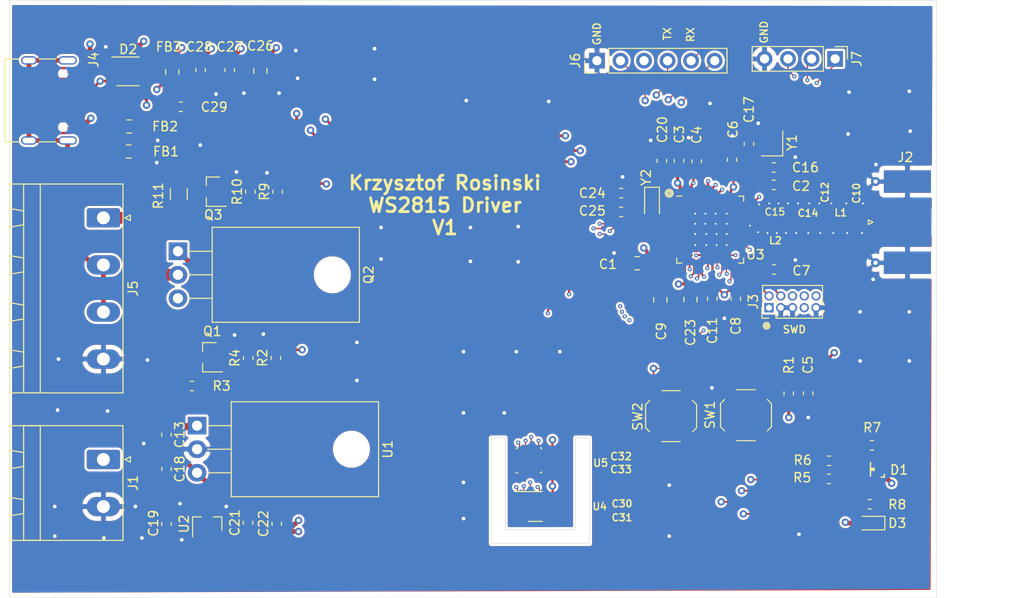
<source format=kicad_pcb>
(kicad_pcb (version 20171130) (host pcbnew "(5.1.4-0-10_14)")
  (title_block (title "nRF52 WS2815 Driver") (date 2019-11-14) (rev v1) (comment 4 "Author: Krzysztof Rosinski"))
  (layers (0 F.Cu signal) (1 In1.Cu signal hide) (2 In2.Cu signal hide) (31 B.Cu signal hide) (34 B.Paste user hide) (35 F.Paste user hide) (36 B.SilkS user hide) (37 F.SilkS user) (38 B.Mask user hide) (39 F.Mask user hide) (44 Edge.Cuts user))
  (net 0 "")
  (net 1 VCC)
  (net 2 GND)
  (net 3 /DEC3)
  (net 4 /DEC4_6)
  (net 5 /~nrf_reset)
  (net 6 /DEC5)
  (net 7 /DECUSB)
  (net 8 "Net-(C10-Pad2)")
  (net 9 "Net-(C12-Pad2)")
  (net 10 +12V)
  (net 11 "Net-(C15-Pad1)")
  (net 12 "Net-(C16-Pad1)")
  (net 13 "Net-(C17-Pad1)")
  (net 14 "Net-(C18-Pad1)")
  (net 15 /DEC1)
  (net 16 VBUS)
  (net 17 "Net-(C24-Pad2)")
  (net 18 "Net-(C25-Pad2)")
  (net 19 +5V)
  (net 20 "Net-(D1-Pad3)")
  (net 21 "Net-(D1-Pad2)")
  (net 22 "Net-(D1-Pad1)")
  (net 23 /usb_dm)
  (net 24 /usb_dp)
  (net 25 "Net-(D3-Pad1)")
  (net 26 "Net-(FB1-Pad2)")
  (net 27 "Net-(FB2-Pad2)")
  (net 28 "Net-(J3-Pad2)")
  (net 29 "Net-(J3-Pad4)")
  (net 30 "Net-(J3-Pad6)")
  (net 31 "Net-(J3-Pad7)")
  (net 32 "Net-(J3-Pad8)")
  (net 33 "Net-(J4-PadB8)")
  (net 34 "Net-(J4-PadA5)")
  (net 35 "Net-(J4-PadA8)")
  (net 36 "Net-(J4-PadB5)")
  (net 37 "Net-(J5-Pad2)")
  (net 38 /~CTS)
  (net 39 "Net-(J6-Pad3)")
  (net 40 /TXD)
  (net 41 /RXD)
  (net 42 /dbg1)
  (net 43 /dbg2)
  (net 44 /dbg3)
  (net 45 "Net-(Q1-Pad1)")
  (net 46 "Net-(Q1-Pad3)")
  (net 47 "Net-(Q3-Pad1)")
  (net 48 /ws2815_en)
  (net 49 /led_rgb_r)
  (net 50 /led_rgb_g)
  (net 51 /led_rgb_b)
  (net 52 /led_green)
  (net 53 /ws2815_drv)
  (net 54 /pair_btn)
  (net 55 "Net-(U3-PadA8)")
  (net 56 "Net-(U3-PadB3)")
  (net 57 "Net-(U3-PadAB2)")
  (net 58 "Net-(U3-PadH2)")
  (net 59 "Net-(U3-PadB9)")
  (net 60 "Net-(U3-PadB11)")
  (net 61 "Net-(U3-PadB13)")
  (net 62 "Net-(U3-PadB15)")
  (net 63 "Net-(U3-PadB17)")
  (net 64 "Net-(U3-PadB19)")
  (net 65 "Net-(U3-PadA10)")
  (net 66 "Net-(U3-PadA18)")
  (net 67 "Net-(U3-PadA20)")
  (net 68 "Net-(U3-PadP23)")
  (net 69 "Net-(U3-PadT23)")
  (net 70 "Net-(U3-PadV23)")
  (net 71 "Net-(U3-PadY23)")
  (net 72 "Net-(U3-PadJ24)")
  (net 73 "Net-(U3-PadL24)")
  (net 74 "Net-(U3-PadU24)")
  (net 75 +LED_12V)
  (net 76 "Net-(U3-PadT2)")
  (net 77 "Net-(U3-PadR24)")
  (net 78 /env_cs)
  (net 79 /env_sdi)
  (net 80 /env_sck)
  (net 81 /env_sdo)
  (net 82 /~RTS)
  (module Connector_Coaxial:SMA_Molex_73251-1153_EdgeMount_Horizontal (layer F.Cu) (at 174.68 97.22 180)
    (fp_text reference J2 (at -1.5 7) (layer F.SilkS))
    (fp_text value Conn_Coaxial)
    (pad 1 smd rect (at -1.72 0 180) (size 5.08 2.29) (layers F.Cu F.Paste F.Mask) (net 8 "Net-(C10-Pad2)"))
    (pad 2 smd rect (at -1.72 -4.38 180) (size 5.08 2.42) (layers F.Cu F.Paste F.Mask) (net 2 GND))
    (pad 2 smd rect (at -1.72 4.38 180) (size 5.08 2.42) (layers F.Cu F.Paste F.Mask) (net 2 GND))
    (pad 2 smd rect (at -1.72 -4.38 180) (size 5.08 2.42) (layers B.Cu B.Paste B.Mask) (net 2 GND))
    (pad 2 smd rect (at -1.72 4.38 180) (size 5.08 2.42) (layers B.Cu B.Paste B.Mask) (net 2 GND))
    (pad 2 thru_hole circle (at 1.72 -4.38 180) (size 0.97 0.97) (drill 0.46) (layers *.Cu) (net 2 GND))
    (pad 2 thru_hole circle (at 1.72 4.38 180) (size 0.97 0.97) (drill 0.46) (layers *.Cu) (net 2 GND))
    (pad 2 smd rect (at 1.27 -4.38 180) (size 0.95 0.46) (layers F.Cu) (net 2 GND))
    (pad 2 smd rect (at 1.27 4.38 180) (size 0.95 0.46) (layers F.Cu) (net 2 GND))
    (pad 2 smd rect (at 1.27 -4.38 180) (size 0.95 0.46) (layers B.Cu) (net 2 GND))
    (pad 2 smd rect (at 1.27 4.38 180) (size 0.95 0.46) (layers B.Cu) (net 2 GND))
  )
  (module Inductor_SMD:L_0805_2012Metric_Pad1.15x1.40mm_HandSolder (layer F.Cu) (at 92.375 89.6 180)
    (fp_text reference FB1 (at -4.025 0 180) (layer F.SilkS))
    (fp_text value 120R/0.80A hide)
    (pad 1 smd roundrect (at -1.025 0 180) (size 1.15 1.4) (layers F.Cu F.Paste F.Mask) (roundrect_rratio 0.217391) (net 2 GND))
    (pad 2 smd roundrect (at 1.025 0 180) (size 1.15 1.4) (layers F.Cu F.Paste F.Mask) (roundrect_rratio 0.217391) (net 26 "Net-(FB1-Pad2)"))
  )
  (module Package_DFN_QFN:Nordic_AQFN-73-1EP_7x7mm_P0.5mm (layer F.Cu) (at 155.1175 98.0225)
    (fp_text reference U3 (at 4.8825 2.7075) (layer F.SilkS))
    (fp_text value nRF52840 hide)
    (pad EP smd rect (at 0 0 180) (size 4.85 4.85) (layers F.Cu F.Mask) (net 2 GND))
    (pad B24 smd circle (at 3.25 -2.75 180) (size 0.25 0.25) (layers F.Cu F.Paste F.Mask) (net 12 "Net-(C16-Pad1)"))
    (pad D23 smd circle (at 2.75 -2 180) (size 0.25 0.25) (layers F.Cu F.Paste F.Mask) (net 3 /DEC3))
    (pad A8 smd circle (at -1.25 -3.25 180) (size 0.25 0.25) (layers F.Cu F.Paste F.Mask) (net 55 "Net-(U3-PadA8)"))
    (pad B3 smd circle (at -2.5 -2.75 180) (size 0.25 0.25) (layers F.Cu F.Paste F.Mask) (net 56 "Net-(U3-PadB3)"))
    (pad AC21 smd circle (at 2 2.75 180) (size 0.25 0.25) (layers F.Cu F.Paste F.Mask) (net 5 /~nrf_reset))
    (pad AD23 smd circle (at 2.75 3.25 180) (size 0.25 0.25) (layers F.Cu F.Paste F.Mask) (net 1 VCC))
    (pad AD2 smd circle (at -2.75 3.25 180) (size 0.25 0.25) (layers F.Cu F.Paste F.Mask) (net 16 VBUS))
    (pad AB2 smd circle (at -2.75 2.5 180) (size 0.25 0.25) (layers F.Cu F.Paste F.Mask) (net 57 "Net-(U3-PadAB2)"))
    (pad Y2 smd circle (at -2.75 2 180) (size 0.25 0.25) (layers F.Cu F.Paste F.Mask) (net 1 VCC))
    (pad W1 smd circle (at -3.25 1.75 180) (size 0.25 0.25) (layers F.Cu F.Paste F.Mask) (net 1 VCC))
    (pad U1 smd circle (at -3.25 1.25 180) (size 0.25 0.25) (layers F.Cu F.Paste F.Mask) (net 53 /ws2815_drv))
    (pad R1 smd circle (at -3.25 0.75 180) (size 0.25 0.25) (layers F.Cu F.Paste F.Mask) (net 38 /~CTS))
    (pad N1 smd circle (at -3.25 0.25 180) (size 0.25 0.25) (layers F.Cu F.Paste F.Mask) (net 41 /RXD))
    (pad L1 smd circle (at -3.25 -0.25 180) (size 0.25 0.25) (layers F.Cu F.Paste F.Mask) (net 40 /TXD))
    (pad J1 smd circle (at -3.25 -0.75 180) (size 0.25 0.25) (layers F.Cu F.Paste F.Mask) (net 82 /~RTS))
    (pad G1 smd circle (at -3.25 -1.25 180) (size 0.25 0.25) (layers F.Cu F.Paste F.Mask) (net 48 /ws2815_en))
    (pad T2 smd circle (at -2.75 1 180) (size 0.25 0.25) (layers F.Cu F.Paste F.Mask) (net 76 "Net-(U3-PadT2)"))
    (pad P2 smd circle (at -2.75 0.5 180) (size 0.25 0.25) (layers F.Cu F.Paste F.Mask) (net 38 /~CTS))
    (pad M2 smd circle (at -2.75 0 180) (size 0.25 0.25) (layers F.Cu F.Paste F.Mask) (net 38 /~CTS))
    (pad K2 smd circle (at -2.75 -0.5 180) (size 0.25 0.25) (layers F.Cu F.Paste F.Mask) (net 82 /~RTS))
    (pad H2 smd circle (at -2.75 -1 180) (size 0.25 0.25) (layers F.Cu F.Paste F.Mask) (net 58 "Net-(U3-PadH2)"))
    (pad F2 smd circle (at -2.75 -1.5 180) (size 0.25 0.25) (layers F.Cu F.Paste F.Mask) (net 18 "Net-(C25-Pad2)"))
    (pad C1 smd circle (at -3.25 -2.25 180) (size 0.25 0.25) (layers F.Cu F.Paste F.Mask) (net 15 /DEC1))
    (pad D2 smd circle (at -2.75 -2 180) (size 0.25 0.25) (layers F.Cu F.Paste F.Mask) (net 17 "Net-(C24-Pad2)"))
    (pad B1 smd circle (at -3.25 -2.75 180) (size 0.25 0.25) (layers F.Cu F.Paste F.Mask) (net 1 VCC))
    (pad AD4 smd circle (at -2.25 3.25 180) (size 0.25 0.25) (layers F.Cu F.Paste F.Mask) (net 23 /usb_dm))
    (pad AD6 smd circle (at -1.75 3.25 180) (size 0.25 0.25) (layers F.Cu F.Paste F.Mask) (net 24 /usb_dp))
    (pad AD8 smd circle (at -1.25 3.25 180) (size 0.25 0.25) (layers F.Cu F.Paste F.Mask) (net 52 /led_green))
    (pad AD10 smd circle (at -0.75 3.25 180) (size 0.25 0.25) (layers F.Cu F.Paste F.Mask) (net 50 /led_rgb_g))
    (pad AD12 smd circle (at -0.25 3.25 180) (size 0.25 0.25) (layers F.Cu F.Paste F.Mask) (net 51 /led_rgb_b))
    (pad AD14 smd circle (at 0.25 3.25 180) (size 0.25 0.25) (layers F.Cu F.Paste F.Mask) (net 1 VCC))
    (pad AD16 smd circle (at 0.75 3.25 180) (size 0.25 0.25) (layers F.Cu F.Paste F.Mask) (net 80 /env_sck))
    (pad AD18 smd circle (at 1.25 3.25 180) (size 0.25 0.25) (layers F.Cu F.Paste F.Mask) (net 79 /env_sdi))
    (pad AD20 smd circle (at 1.75 3.25 180) (size 0.25 0.25) (layers F.Cu F.Paste F.Mask) (net 78 /env_cs))
    (pad AD22 smd circle (at 2.25 3.25 180) (size 0.25 0.25) (layers F.Cu F.Paste F.Mask) (net 81 /env_sdo))
    (pad AC19 smd circle (at 1.5 2.75 180) (size 0.25 0.25) (layers F.Cu F.Paste F.Mask) (net 5 /~nrf_reset))
    (pad AC17 smd circle (at 1 2.75 180) (size 0.25 0.25) (layers F.Cu F.Paste F.Mask) (net 5 /~nrf_reset))
    (pad AC15 smd circle (at 0.5 2.75 180) (size 0.25 0.25) (layers F.Cu F.Paste F.Mask) (net 5 /~nrf_reset))
    (pad AC13 smd circle (at 0 2.75 180) (size 0.25 0.25) (layers F.Cu F.Paste F.Mask) (net 5 /~nrf_reset))
    (pad AC11 smd circle (at -0.5 2.75 180) (size 0.25 0.25) (layers F.Cu F.Paste F.Mask) (net 51 /led_rgb_b))
    (pad AC9 smd circle (at -1 2.75 180) (size 0.25 0.25) (layers F.Cu F.Paste F.Mask) (net 49 /led_rgb_r))
    (pad AC5 smd circle (at -2 2.75 180) (size 0.25 0.25) (layers F.Cu F.Paste F.Mask) (net 7 /DECUSB))
    (pad B5 smd circle (at -2 -2.75 180) (size 0.25 0.25) (layers F.Cu F.Paste F.Mask) (net 4 /DEC4_6))
    (pad B7 smd circle (at -1.5 -2.75 180) (size 0.25 0.25) (layers F.Cu F.Paste F.Mask) (net 2 GND))
    (pad B9 smd circle (at -1 -2.75 180) (size 0.25 0.25) (layers F.Cu F.Paste F.Mask) (net 59 "Net-(U3-PadB9)"))
    (pad B11 smd circle (at -0.5 -2.75 180) (size 0.25 0.25) (layers F.Cu F.Paste F.Mask) (net 60 "Net-(U3-PadB11)"))
    (pad B13 smd circle (at 0 -2.75 180) (size 0.25 0.25) (layers F.Cu F.Paste F.Mask) (net 61 "Net-(U3-PadB13)"))
    (pad B15 smd circle (at 0.5 -2.75 180) (size 0.25 0.25) (layers F.Cu F.Paste F.Mask) (net 62 "Net-(U3-PadB15)"))
    (pad B17 smd circle (at 1 -2.75 180) (size 0.25 0.25) (layers F.Cu F.Paste F.Mask) (net 63 "Net-(U3-PadB17)"))
    (pad B19 smd circle (at 1.5 -2.75 180) (size 0.25 0.25) (layers F.Cu F.Paste F.Mask) (net 64 "Net-(U3-PadB19)"))
    (pad A10 smd circle (at -0.75 -3.25 180) (size 0.25 0.25) (layers F.Cu F.Paste F.Mask) (net 65 "Net-(U3-PadA10)"))
    (pad A12 smd circle (at -0.25 -3.25 180) (size 0.25 0.25) (layers F.Cu F.Paste F.Mask) (net 44 /dbg3))
    (pad A14 smd circle (at 0.25 -3.25 180) (size 0.25 0.25) (layers F.Cu F.Paste F.Mask) (net 43 /dbg2))
    (pad A16 smd circle (at 0.75 -3.25 180) (size 0.25 0.25) (layers F.Cu F.Paste F.Mask) (net 42 /dbg1))
    (pad A18 smd circle (at 1.25 -3.25 180) (size 0.25 0.25) (layers F.Cu F.Paste F.Mask) (net 66 "Net-(U3-PadA18)"))
    (pad A20 smd circle (at 1.75 -3.25 180) (size 0.25 0.25) (layers F.Cu F.Paste F.Mask) (net 67 "Net-(U3-PadA20)"))
    (pad A22 smd circle (at 2.25 -3.25 180) (size 0.25 0.25) (layers F.Cu F.Paste F.Mask) (net 1 VCC))
    (pad A23 smd circle (at 2.75 -3.25 180) (size 0.25 0.25) (layers F.Cu F.Paste F.Mask) (net 13 "Net-(C17-Pad1)"))
    (pad F23 smd circle (at 2.75 -1.5 180) (size 0.25 0.25) (layers F.Cu F.Paste F.Mask) (net 2 GND))
    (pad H23 smd circle (at 2.75 -1 180) (size 0.25 0.25) (layers F.Cu F.Paste F.Mask) (net 11 "Net-(C15-Pad1)"))
    (pad P23 smd circle (at 2.75 0.5 180) (size 0.25 0.25) (layers F.Cu F.Paste F.Mask) (net 68 "Net-(U3-PadP23)"))
    (pad T23 smd circle (at 2.75 1 180) (size 0.25 0.25) (layers F.Cu F.Paste F.Mask) (net 69 "Net-(U3-PadT23)"))
    (pad V23 smd circle (at 2.75 1.5 180) (size 0.25 0.25) (layers F.Cu F.Paste F.Mask) (net 70 "Net-(U3-PadV23)"))
    (pad Y23 smd circle (at 2.75 2 180) (size 0.25 0.25) (layers F.Cu F.Paste F.Mask) (net 71 "Net-(U3-PadY23)"))
    (pad E24 smd circle (at 3.25 -1.75 180) (size 0.25 0.25) (layers F.Cu F.Paste F.Mask) (net 4 /DEC4_6))
    (pad J24 smd circle (at 3.25 -0.75 180) (size 0.25 0.25) (layers F.Cu F.Paste F.Mask) (net 72 "Net-(U3-PadJ24)"))
    (pad L24 smd circle (at 3.25 -0.25 180) (size 0.25 0.25) (layers F.Cu F.Paste F.Mask) (net 73 "Net-(U3-PadL24)"))
    (pad N24 smd circle (at 3.25 0.25 180) (size 0.25 0.25) (layers F.Cu F.Paste F.Mask) (net 6 /DEC5))
    (pad R24 smd circle (at 3.25 0.75 180) (size 0.25 0.25) (layers F.Cu F.Paste F.Mask) (net 77 "Net-(U3-PadR24)"))
    (pad U24 smd circle (at 3.25 1.25 180) (size 0.25 0.25) (layers F.Cu F.Paste F.Mask) (net 74 "Net-(U3-PadU24)"))
    (pad W24 smd circle (at 3.25 1.75 180) (size 0.25 0.25) (layers F.Cu F.Paste F.Mask) (net 54 /pair_btn))
    (pad AA24 smd circle (at 3.25 2.25 180) (size 0.25 0.25) (layers F.Cu F.Paste F.Mask) (net 29 "Net-(J3-Pad4)"))
    (pad AC24 smd circle (at 3.25 2.75 180) (size 0.25 0.25) (layers F.Cu F.Paste F.Mask) (net 28 "Net-(J3-Pad2)"))
  )
  (module Capacitor_SMD:C_0805_2012Metric_Pad1.15x1.40mm_HandSolder (layer F.Cu) (at 147.25 101.655)
    (fp_text reference C1 (at -3.17 0.105) (layer F.SilkS))
    (fp_text value 4.7uF)
    (pad 2 smd roundrect (at 1.025 0) (size 1.15 1.4) (layers F.Cu F.Paste F.Mask) (roundrect_rratio 0.217391) (net 1 VCC))
    (pad 1 smd roundrect (at -1.025 0) (size 1.15 1.4) (layers F.Cu F.Paste F.Mask) (roundrect_rratio 0.217391) (net 2 GND))
  )
  (module Capacitor_SMD:C_0603_1608Metric_Pad1.05x0.95mm_HandSolder (layer F.Cu) (at 161.975 93.2 180)
    (fp_text reference C2 (at -2.945 -0.13) (layer F.SilkS))
    (fp_text value 100pF)
    (pad 1 smd roundrect (at -0.875 0 180) (size 1.05 0.95) (layers F.Cu F.Paste F.Mask) (net 2 GND))
    (pad 2 smd roundrect (at 0.875 0 180) (size 1.05 0.95) (layers F.Cu F.Paste F.Mask) (net 3 /DEC3))
  )
  (module Capacitor_SMD:C_0603_1608Metric_Pad1.05x0.95mm_HandSolder (layer F.Cu) (at 151.75 90.595 270)
    (fp_text reference C3 (at -2.845 -0.03 90) (layer F.SilkS))
    (fp_text value 1uF)
    (pad 2 smd roundrect (at 0.875 0 270) (size 1.05 0.95) (layers F.Cu F.Paste F.Mask) (net 1 VCC))
    (pad 1 smd roundrect (at -0.875 0 270) (size 1.05 0.95) (layers F.Cu F.Paste F.Mask) (net 2 GND))
  )
  (module Capacitor_SMD:C_0603_1608Metric_Pad1.05x0.95mm_HandSolder (layer F.Cu) (at 153.66 90.655 270)
    (fp_text reference C4 (at -2.855 0.01 90) (layer F.SilkS))
    (fp_text value 1uF)
    (pad 2 smd roundrect (at 0.875 0 270) (size 1.05 0.95) (layers F.Cu F.Paste F.Mask) (net 4 /DEC4_6))
    (pad 1 smd roundrect (at -0.875 0 270) (size 1.05 0.95) (layers F.Cu F.Paste F.Mask) (net 2 GND))
  )
  (module Capacitor_SMD:C_0603_1608Metric_Pad1.05x0.95mm_HandSolder (layer F.Cu) (at 165.69082 115.68422 90)
    (fp_text reference C5 (at 3.06178 -0.02318 90) (layer F.SilkS))
    (fp_text value 100nF hide)
    (pad 1 smd roundrect (at -0.875 0 90) (size 1.05 0.95) (layers F.Cu F.Paste F.Mask) (net 2 GND))
    (pad 2 smd roundrect (at 0.875 0 90) (size 1.05 0.95) (layers F.Cu F.Paste F.Mask) (net 5 /~nrf_reset))
  )
  (module Capacitor_SMD:C_0603_1608Metric_Pad1.05x0.95mm_HandSolder (layer F.Cu) (at 157.474 90.487 90)
    (fp_text reference C6 (at 3.257 0.096 90) (layer F.SilkS))
    (fp_text value 100nF)
    (pad 2 smd roundrect (at 0.875 0 90) (size 1.05 0.95) (layers F.Cu F.Paste F.Mask) (net 2 GND))
    (pad 1 smd roundrect (at -0.875 0 90) (size 1.05 0.95) (layers F.Cu F.Paste F.Mask) (net 1 VCC))
  )
  (module Capacitor_SMD:C_0603_1608Metric_Pad1.05x0.95mm_HandSolder (layer F.Cu) (at 162.02 102.33 180)
    (fp_text reference C7 (at -2.94 -0.13) (layer F.SilkS))
    (fp_text value 820pF)
    (pad 2 smd roundrect (at 0.875 0 180) (size 1.05 0.95) (layers F.Cu F.Paste F.Mask) (net 6 /DEC5))
    (pad 1 smd roundrect (at -0.875 0 180) (size 1.05 0.95) (layers F.Cu F.Paste F.Mask) (net 2 GND))
  )
  (module Capacitor_SMD:C_0603_1608Metric_Pad1.05x0.95mm_HandSolder (layer F.Cu) (at 157.882 105.483 270)
    (fp_text reference C8 (at 2.935 0 90) (layer F.SilkS))
    (fp_text value 100nF)
    (pad 1 smd roundrect (at -0.875 0 270) (size 1.05 0.95) (layers F.Cu F.Paste F.Mask) (net 1 VCC))
    (pad 2 smd roundrect (at 0.875 0 270) (size 1.05 0.95) (layers F.Cu F.Paste F.Mask) (net 2 GND))
  )
  (module Capacitor_SMD:C_0805_2012Metric_Pad1.15x1.40mm_HandSolder (layer F.Cu) (at 149.74 105.595 90)
    (fp_text reference C9 (at -3.405 0.1 90) (layer F.SilkS))
    (fp_text value 4.7uF)
    (pad 1 smd roundrect (at -1.025 0 90) (size 1.15 1.4) (layers F.Cu F.Paste F.Mask) (roundrect_rratio 0.217391) (net 2 GND))
    (pad 2 smd roundrect (at 1.025 0 90) (size 1.15 1.4) (layers F.Cu F.Paste F.Mask) (roundrect_rratio 0.217391) (net 7 /DECUSB))
  )
  (module Capacitor_SMD:C_0603_1608Metric_Pad1.05x0.95mm_HandSolder (layer F.Cu) (at 155.342 105.483 270)
    (fp_text reference C11 (at 3.443 0 90) (layer F.SilkS))
    (fp_text value 100nF)
    (pad 1 smd roundrect (at -0.875 0 270) (size 1.05 0.95) (layers F.Cu F.Paste F.Mask) (net 1 VCC))
    (pad 2 smd roundrect (at 0.875 0 270) (size 1.05 0.95) (layers F.Cu F.Paste F.Mask) (net 2 GND))
  )
  (module Capacitor_SMD:C_0603_1608Metric_Pad1.05x0.95mm_HandSolder (layer F.Cu) (at 96.45 120.155 270)
    (fp_text reference C13 (at 0 -1.43 90) (layer F.SilkS))
    (fp_text value 1uF hide)
    (pad 1 smd roundrect (at -0.875 0 270) (size 1.05 0.95) (layers F.Cu F.Paste F.Mask) (net 10 +12V))
    (pad 2 smd roundrect (at 0.875 0 270) (size 1.05 0.95) (layers F.Cu F.Paste F.Mask) (net 2 GND))
  )
  (module Capacitor_SMD:C_0402_1005Metric (layer F.Cu) (at 160.43 96.755 90)
    (fp_text reference C15 (at 0.645 1.67 180) (layer F.SilkS) (effects (font (size 0.762 0.762) (thickness 0.127))))
    (fp_text value 0.8pF hide)
    (pad 1 smd roundrect (at -0.485 0 90) (size 0.59 0.64) (layers F.Cu F.Paste F.Mask) (net 11 "Net-(C15-Pad1)"))
    (pad 2 smd roundrect (at 0.485 0 90) (size 0.59 0.64) (layers F.Cu F.Paste F.Mask) (net 2 GND))
  )
  (module Capacitor_SMD:C_0603_1608Metric_Pad1.05x0.95mm_HandSolder (layer F.Cu) (at 161.977 91.322)
    (fp_text reference C16 (at 3.415 0) (layer F.SilkS))
    (fp_text value 12pF)
    (pad 1 smd roundrect (at -0.875 0) (size 1.05 0.95) (layers F.Cu F.Paste F.Mask) (net 12 "Net-(C16-Pad1)"))
    (pad 2 smd roundrect (at 0.875 0) (size 1.05 0.95) (layers F.Cu F.Paste F.Mask) (net 2 GND))
  )
  (module Capacitor_SMD:C_0603_1608Metric_Pad1.05x0.95mm_HandSolder (layer F.Cu) (at 159.3 88.775 90)
    (fp_text reference C17 (at 3.697 0 90) (layer F.SilkS))
    (fp_text value 12pF)
    (pad 1 smd roundrect (at -0.875 0 90) (size 1.05 0.95) (layers F.Cu F.Paste F.Mask) (net 13 "Net-(C17-Pad1)"))
    (pad 2 smd roundrect (at 0.875 0 90) (size 1.05 0.95) (layers F.Cu F.Paste F.Mask) (net 2 GND))
  )
  (module Capacitor_SMD:C_0603_1608Metric_Pad1.05x0.95mm_HandSolder (layer F.Cu) (at 96.45 123.855 270)
    (fp_text reference C18 (at 0 -1.43 90) (layer F.SilkS))
    (fp_text value 100nF hide)
    (pad 2 smd roundrect (at 0.875 0 270) (size 1.05 0.95) (layers F.Cu F.Paste F.Mask) (net 2 GND))
    (pad 1 smd roundrect (at -0.875 0 270) (size 1.05 0.95) (layers F.Cu F.Paste F.Mask) (net 14 "Net-(C18-Pad1)"))
  )
  (module Capacitor_SMD:C_0603_1608Metric_Pad1.05x0.95mm_HandSolder (layer F.Cu) (at 96.45 129.78 270)
    (fp_text reference C19 (at -0.075 1.4 90) (layer F.SilkS))
    (fp_text value 1uF hide)
    (pad 1 smd roundrect (at -0.875 0 270) (size 1.05 0.95) (layers F.Cu F.Paste F.Mask) (net 14 "Net-(C18-Pad1)"))
    (pad 2 smd roundrect (at 0.875 0 270) (size 1.05 0.95) (layers F.Cu F.Paste F.Mask) (net 2 GND))
  )
  (module Capacitor_SMD:C_0603_1608Metric_Pad1.05x0.95mm_HandSolder (layer F.Cu) (at 149.9 90.6 270)
    (fp_text reference C20 (at -3.365 -0.05 90) (layer F.SilkS))
    (fp_text value 100nF)
    (pad 1 smd roundrect (at -0.875 0 270) (size 1.05 0.95) (layers F.Cu F.Paste F.Mask) (net 2 GND))
    (pad 2 smd roundrect (at 0.875 0 270) (size 1.05 0.95) (layers F.Cu F.Paste F.Mask) (net 15 /DEC1))
  )
  (module Capacitor_SMD:C_0603_1608Metric_Pad1.05x0.95mm_HandSolder (layer F.Cu) (at 105.25 129.655 90)
    (fp_text reference C21 (at 0 -1.43 90) (layer F.SilkS))
    (fp_text value 1uF hide)
    (pad 2 smd roundrect (at 0.875 0 90) (size 1.05 0.95) (layers F.Cu F.Paste F.Mask) (net 2 GND))
    (pad 1 smd roundrect (at -0.875 0 90) (size 1.05 0.95) (layers F.Cu F.Paste F.Mask) (net 1 VCC))
  )
  (module Capacitor_SMD:C_0603_1608Metric_Pad1.05x0.95mm_HandSolder (layer F.Cu) (at 108.35 129.755 90)
    (fp_text reference C22 (at 0 -1.43 90) (layer F.SilkS))
    (fp_text value 100nF hide)
    (pad 1 smd roundrect (at -0.875 0 90) (size 1.05 0.95) (layers F.Cu F.Paste F.Mask) (net 1 VCC))
    (pad 2 smd roundrect (at 0.875 0 90) (size 1.05 0.95) (layers F.Cu F.Paste F.Mask) (net 2 GND))
  )
  (module Capacitor_SMD:C_0805_2012Metric_Pad1.15x1.40mm_HandSolder (layer F.Cu) (at 152.99 105.565 90)
    (fp_text reference C23 (at -3.565 0 90) (layer F.SilkS))
    (fp_text value 4.7uF)
    (pad 1 smd roundrect (at -1.025 0 90) (size 1.15 1.4) (layers F.Cu F.Paste F.Mask) (roundrect_rratio 0.217391) (net 2 GND))
    (pad 2 smd roundrect (at 1.025 0 90) (size 1.15 1.4) (layers F.Cu F.Paste F.Mask) (roundrect_rratio 0.217391) (net 16 VBUS))
  )
  (module Capacitor_SMD:C_0603_1608Metric_Pad1.05x0.95mm_HandSolder (layer F.Cu) (at 145.515 94.088)
    (fp_text reference C24 (at -3.115 0) (layer F.SilkS))
    (fp_text value 18pF)
    (pad 2 smd roundrect (at 0.875 0) (size 1.05 0.95) (layers F.Cu F.Paste F.Mask) (net 17 "Net-(C24-Pad2)"))
    (pad 1 smd roundrect (at -0.875 0) (size 1.05 0.95) (layers F.Cu F.Paste F.Mask) (net 2 GND))
  )
  (module Capacitor_SMD:C_0603_1608Metric_Pad1.05x0.95mm_HandSolder (layer F.Cu) (at 145.515 96.12)
    (fp_text reference C25 (at -3.115 -0.12) (layer F.SilkS))
    (fp_text value 18pF)
    (pad 2 smd roundrect (at 0.875 0) (size 1.05 0.95) (layers F.Cu F.Paste F.Mask) (net 18 "Net-(C25-Pad2)"))
    (pad 1 smd roundrect (at -0.875 0) (size 1.05 0.95) (layers F.Cu F.Paste F.Mask) (net 2 GND))
  )
  (module Capacitor_SMD:C_0805_2012Metric_Pad1.15x1.40mm_HandSolder (layer F.Cu) (at 106.58 80.895 270)
    (fp_text reference C26 (at -2.695 -0.02 180) (layer F.SilkS))
    (fp_text value 4.7uF hide)
    (pad 2 smd roundrect (at 1.025 0 270) (size 1.15 1.4) (layers F.Cu F.Paste F.Mask) (roundrect_rratio 0.217391) (net 2 GND))
    (pad 1 smd roundrect (at -1.025 0 270) (size 1.15 1.4) (layers F.Cu F.Paste F.Mask) (roundrect_rratio 0.217391) (net 19 +5V))
  )
  (module Capacitor_SMD:C_0603_1608Metric_Pad1.05x0.95mm_HandSolder (layer F.Cu) (at 103.28 80.82 270)
    (fp_text reference C27 (at -2.52 -0.02 180) (layer F.SilkS))
    (fp_text value 100nF hide)
    (pad 2 smd roundrect (at 0.875 0 270) (size 1.05 0.95) (layers F.Cu F.Paste F.Mask) (net 2 GND))
    (pad 1 smd roundrect (at -0.875 0 270) (size 1.05 0.95) (layers F.Cu F.Paste F.Mask) (net 19 +5V))
  )
  (module Capacitor_SMD:C_0603_1608Metric_Pad1.05x0.95mm_HandSolder (layer F.Cu) (at 100.13 80.795 270)
    (fp_text reference C28 (at -2.495 0.13 180) (layer F.SilkS))
    (fp_text value 10nF hide)
    (pad 1 smd roundrect (at -0.875 0 270) (size 1.05 0.95) (layers F.Cu F.Paste F.Mask) (net 19 +5V))
    (pad 2 smd roundrect (at 0.875 0 270) (size 1.05 0.95) (layers F.Cu F.Paste F.Mask) (net 2 GND))
  )
  (module Capacitor_SMD:C_0603_1608Metric_Pad1.05x0.95mm_HandSolder (layer F.Cu) (at 98 84.775)
    (fp_text reference C29 (at 3.6 0.025) (layer F.SilkS))
    (fp_text value 100nF hide)
    (pad 2 smd roundrect (at 0.875 0) (size 1.05 0.95) (layers F.Cu F.Paste F.Mask) (net 2 GND))
    (pad 1 smd roundrect (at -0.875 0) (size 1.05 0.95) (layers F.Cu F.Paste F.Mask) (net 16 VBUS))
  )
  (module ws2815-driver:brightek_1.6x1.5_rgb_led (layer F.Cu) (at 172.67502 123.89498 180)
    (fp_text reference D1 (at -2.82498 -0.05502) (layer F.SilkS))
    (fp_text value LED_RGBA)
    (pad 4 smd rect (at -0.75 -0.425 180) (size 0.8 0.65) (layers F.Cu F.Paste F.Mask) (net 1 VCC))
    (pad 3 smd rect (at -0.75 0.425 180) (size 0.8 0.65) (layers F.Cu F.Paste F.Mask) (net 20 "Net-(D1-Pad3)"))
    (pad 2 smd rect (at 0.75 0.425 180) (size 0.8 0.65) (layers F.Cu F.Paste F.Mask) (net 21 "Net-(D1-Pad2)"))
    (pad 1 smd rect (at 0.75 -0.425 180) (size 0.8 0.65) (layers F.Cu F.Paste F.Mask) (net 22 "Net-(D1-Pad1)"))
  )
  (module Package_TO_SOT_SMD:SOT-143 (layer F.Cu) (at 92.3 80.95)
    (fp_text reference D2 (at 0.02 -2.38) (layer F.SilkS))
    (fp_text value PRTR5V0U2X hide)
    (pad 1 smd rect (at -1.1 -0.77 270) (size 1.2 1.4) (layers F.Cu F.Paste F.Mask) (net 2 GND))
    (pad 2 smd rect (at -1.1 0.95 270) (size 1 1.4) (layers F.Cu F.Paste F.Mask) (net 23 /usb_dm))
    (pad 3 smd rect (at 1.1 0.95 270) (size 1 1.4) (layers F.Cu F.Paste F.Mask) (net 24 /usb_dp))
    (pad 4 smd rect (at 1.1 -0.95 270) (size 1 1.4) (layers F.Cu F.Paste F.Mask) (net 19 +5V))
  )
  (module LED_SMD:LED_0603_1608Metric_Pad1.05x0.95mm_HandSolder (layer F.Cu) (at 172.3031 129.69214 180)
    (fp_text reference D3 (at -2.9969 -0.00786) (layer F.SilkS))
    (fp_text value GREEN)
    (pad 1 smd roundrect (at -0.875 0 180) (size 1.05 0.95) (layers F.Cu F.Paste F.Mask) (net 25 "Net-(D3-Pad1)"))
    (pad 2 smd roundrect (at 0.875 0 180) (size 1.05 0.95) (layers F.Cu F.Paste F.Mask) (net 1 VCC))
  )
  (module Inductor_SMD:L_0805_2012Metric_Pad1.15x1.40mm_HandSolder (layer F.Cu) (at 92.425 86.9 180)
    (fp_text reference FB2 (at -3.875 0 180) (layer F.SilkS))
    (fp_text value 120R/0.80A hide)
    (pad 2 smd roundrect (at 1.025 0 180) (size 1.15 1.4) (layers F.Cu F.Paste F.Mask) (roundrect_rratio 0.217391) (net 27 "Net-(FB2-Pad2)"))
    (pad 1 smd roundrect (at -1.025 0 180) (size 1.15 1.4) (layers F.Cu F.Paste F.Mask) (roundrect_rratio 0.217391) (net 2 GND))
  )
  (module Inductor_SMD:L_0805_2012Metric_Pad1.15x1.40mm_HandSolder (layer F.Cu) (at 97.07 81.005 90)
    (fp_text reference FB3 (at 2.705 -0.37 180) (layer F.SilkS))
    (fp_text value 120R/0.80A hide)
    (pad 1 smd roundrect (at -1.025 0 90) (size 1.15 1.4) (layers F.Cu F.Paste F.Mask) (roundrect_rratio 0.217391) (net 16 VBUS))
    (pad 2 smd roundrect (at 1.025 0 90) (size 1.15 1.4) (layers F.Cu F.Paste F.Mask) (roundrect_rratio 0.217391) (net 19 +5V))
  )
  (module Connector_Phoenix_MSTB:PhoenixContact_MSTBA_2,5_2-G-5,08_1x02_P5.08mm_Horizontal (layer F.Cu) (at 89.64512 122.82938 270)
    (fp_text reference J1 (at 2.54 -3.2 90) (layer F.SilkS))
    (fp_text value Conn_01x02)
    (pad 1 thru_hole roundrect (at 0 0 270) (size 2.08 3.6) (drill 1.4) (layers *.Cu *.Mask) (roundrect_rratio 0.120192) (net 10 +12V))
    (pad 2 thru_hole oval (at 5.08 0 270) (size 2.08 3.6) (drill 1.4) (layers *.Cu *.Mask) (net 2 GND))
  )
  (module Connector_PinHeader_1.27mm:PinHeader_2x05_P1.27mm_Vertical (layer F.Cu) (at 161.46 106.45 90)
    (fp_text reference J3 (at 0.635 -1.695 90) (layer F.SilkS))
    (fp_text value Conn_ARM_JTAG_SWD_10 hide)
    (pad 1 thru_hole rect (at 0 0 90) (size 1 1) (drill 0.65) (layers *.Cu *.Mask) (net 1 VCC))
    (pad 2 thru_hole oval (at 1.27 0 90) (size 1 1) (drill 0.65) (layers *.Cu *.Mask) (net 28 "Net-(J3-Pad2)"))
    (pad 3 thru_hole oval (at 0 1.27 90) (size 1 1) (drill 0.65) (layers *.Cu *.Mask) (net 2 GND))
    (pad 4 thru_hole oval (at 1.27 1.27 90) (size 1 1) (drill 0.65) (layers *.Cu *.Mask) (net 29 "Net-(J3-Pad4)"))
    (pad 5 thru_hole oval (at 0 2.54 90) (size 1 1) (drill 0.65) (layers *.Cu *.Mask) (net 2 GND))
    (pad 6 thru_hole oval (at 1.27 2.54 90) (size 1 1) (drill 0.65) (layers *.Cu *.Mask) (net 30 "Net-(J3-Pad6)"))
    (pad 7 thru_hole oval (at 0 3.81 90) (size 1 1) (drill 0.65) (layers *.Cu *.Mask) (net 31 "Net-(J3-Pad7)"))
    (pad 8 thru_hole oval (at 1.27 3.81 90) (size 1 1) (drill 0.65) (layers *.Cu *.Mask) (net 32 "Net-(J3-Pad8)"))
    (pad 9 thru_hole oval (at 0 5.08 90) (size 1 1) (drill 0.65) (layers *.Cu *.Mask) (net 2 GND))
    (pad 10 thru_hole oval (at 1.27 5.08 90) (size 1 1) (drill 0.65) (layers *.Cu *.Mask) (net 5 /~nrf_reset))
  )
  (module Connector_USB:USB_C_Receptacle_Palconn_UTC16-G (layer F.Cu) (at 83.85334 84.08622 270)
    (fp_text reference J4 (at -4.38622 -4.74666 90) (layer F.SilkS))
    (fp_text value USB_C_Receptacle_USB2.0 hide)
    (pad S1 thru_hole oval (at -4.32 -1.93) (size 2 0.9) (drill oval 1.7 0.6) (layers *.Cu *.Mask) (net 26 "Net-(FB1-Pad2)"))
    (pad S1 thru_hole oval (at 4.32 -1.93) (size 2 0.9) (drill oval 1.7 0.6) (layers *.Cu *.Mask) (net 26 "Net-(FB1-Pad2)"))
    (pad S1 thru_hole oval (at -4.32 2.24) (size 1.7 0.9) (drill oval 1.4 0.6) (layers *.Cu *.Mask) (net 26 "Net-(FB1-Pad2)"))
    (pad S1 thru_hole oval (at 4.32 2.24) (size 1.7 0.9) (drill oval 1.4 0.6) (layers *.Cu *.Mask) (net 26 "Net-(FB1-Pad2)"))
    (pad B7 smd rect (at -0.75 -2.51 90) (size 0.3 1.16) (layers F.Cu F.Paste F.Mask) (net 23 /usb_dm))
    (pad A6 smd rect (at -0.25 -2.51 90) (size 0.3 1.16) (layers F.Cu F.Paste F.Mask) (net 24 /usb_dp))
    (pad A7 smd rect (at 0.25 -2.51 90) (size 0.3 1.16) (layers F.Cu F.Paste F.Mask) (net 23 /usb_dm))
    (pad B8 smd rect (at -1.75 -2.51 90) (size 0.3 1.16) (layers F.Cu F.Paste F.Mask) (net 33 "Net-(J4-PadB8)"))
    (pad A5 smd rect (at -1.25 -2.51 90) (size 0.3 1.16) (layers F.Cu F.Paste F.Mask) (net 34 "Net-(J4-PadA5)"))
    (pad A8 smd rect (at 1.25 -2.51 90) (size 0.3 1.16) (layers F.Cu F.Paste F.Mask) (net 35 "Net-(J4-PadA8)"))
    (pad B6 smd rect (at 0.75 -2.51 90) (size 0.3 1.16) (layers F.Cu F.Paste F.Mask) (net 24 /usb_dp))
    (pad B5 smd rect (at 1.75 -2.51 90) (size 0.3 1.16) (layers F.Cu F.Paste F.Mask) (net 36 "Net-(J4-PadB5)"))
    (pad "" np_thru_hole circle (at 2.89 -1.45 90) (size 0.6 0.6) (drill 0.6) (layers *.Cu *.Mask))
    (pad "" np_thru_hole circle (at -2.89 -1.45 90) (size 0.6 0.6) (drill 0.6) (layers *.Cu *.Mask))
    (pad A4 smd rect (at -2.4 -2.51 270) (size 0.6 1.16) (layers F.Cu F.Paste F.Mask) (net 19 +5V))
    (pad B9 smd rect (at -2.4 -2.51 270) (size 0.6 1.16) (layers F.Cu F.Paste F.Mask) (net 19 +5V))
    (pad A1 smd rect (at -3.2 -2.51 270) (size 0.6 1.16) (layers F.Cu F.Paste F.Mask) (net 27 "Net-(FB2-Pad2)"))
    (pad B12 smd rect (at -3.2 -2.51 270) (size 0.6 1.16) (layers F.Cu F.Paste F.Mask) (net 27 "Net-(FB2-Pad2)"))
    (pad B4 smd rect (at 2.4 -2.51 270) (size 0.6 1.16) (layers F.Cu F.Paste F.Mask) (net 19 +5V))
    (pad B1 smd rect (at 3.2 -2.51 270) (size 0.6 1.16) (layers F.Cu F.Paste F.Mask) (net 27 "Net-(FB2-Pad2)"))
    (pad A9 smd rect (at 2.4 -2.51 270) (size 0.6 1.16) (layers F.Cu F.Paste F.Mask) (net 19 +5V))
    (pad A12 smd rect (at 3.2 -2.51 270) (size 0.6 1.16) (layers F.Cu F.Paste F.Mask) (net 27 "Net-(FB2-Pad2)"))
  )
  (module Connector_Phoenix_MSTB:PhoenixContact_MSTBA_2,5_4-G-5,08_1x04_P5.08mm_Horizontal (layer F.Cu) (at 89.64512 96.75552 270)
    (fp_text reference J5 (at 7.62 -3.2 90) (layer F.SilkS))
    (fp_text value Conn_01x04)
    (pad 1 thru_hole roundrect (at 0 0 270) (size 2.08 3.6) (drill 1.4) (layers *.Cu *.Mask) (roundrect_rratio 0.120192) (net 75 +LED_12V))
    (pad 2 thru_hole oval (at 5.08 0 270) (size 2.08 3.6) (drill 1.4) (layers *.Cu *.Mask) (net 37 "Net-(J5-Pad2)"))
    (pad 3 thru_hole oval (at 10.16 0 270) (size 2.08 3.6) (drill 1.4) (layers *.Cu *.Mask) (net 37 "Net-(J5-Pad2)"))
    (pad 4 thru_hole oval (at 15.24 0 270) (size 2.08 3.6) (drill 1.4) (layers *.Cu *.Mask) (net 2 GND))
  )
  (module Connector_PinHeader_2.54mm:PinHeader_1x06_P2.54mm_Vertical (layer F.Cu) (at 142.9 79.8 90)
    (fp_text reference J6 (at 0 -2.33 90) (layer F.SilkS))
    (fp_text value Conn_01x06 hide)
    (pad 6 thru_hole oval (at 0 12.7 90) (size 1.7 1.7) (drill 1) (layers *.Cu *.Mask) (net 82 /~RTS))
    (pad 5 thru_hole oval (at 0 10.16 90) (size 1.7 1.7) (drill 1) (layers *.Cu *.Mask) (net 41 /RXD))
    (pad 4 thru_hole oval (at 0 7.62 90) (size 1.7 1.7) (drill 1) (layers *.Cu *.Mask) (net 40 /TXD))
    (pad 3 thru_hole oval (at 0 5.08 90) (size 1.7 1.7) (drill 1) (layers *.Cu *.Mask) (net 39 "Net-(J6-Pad3)"))
    (pad 2 thru_hole oval (at 0 2.54 90) (size 1.7 1.7) (drill 1) (layers *.Cu *.Mask) (net 38 /~CTS))
    (pad 1 thru_hole rect (at 0 0 90) (size 1.7 1.7) (drill 1) (layers *.Cu *.Mask) (net 2 GND))
  )
  (module Connector_PinHeader_2.54mm:PinHeader_1x04_P2.54mm_Vertical (layer F.Cu) (at 168.6 79.6 270)
    (fp_text reference J7 (at 0 -2.33 90) (layer F.SilkS))
    (fp_text value Conn_01x04 hide)
    (pad 4 thru_hole oval (at 0 7.62 270) (size 1.7 1.7) (drill 1) (layers *.Cu *.Mask) (net 2 GND))
    (pad 3 thru_hole oval (at 0 5.08 270) (size 1.7 1.7) (drill 1) (layers *.Cu *.Mask) (net 44 /dbg3))
    (pad 2 thru_hole oval (at 0 2.54 270) (size 1.7 1.7) (drill 1) (layers *.Cu *.Mask) (net 43 /dbg2))
    (pad 1 thru_hole rect (at 0 0 270) (size 1.7 1.7) (drill 1) (layers *.Cu *.Mask) (net 42 /dbg1))
  )
  (module Inductor_SMD:L_0402_1005Metric (layer F.Cu) (at 169.195 97.22 180)
    (fp_text reference L1 (at -0.005 1.02) (layer F.SilkS) (effects (font (size 0.762 0.762))))
    (fp_text value 0R hide)
    (pad 2 smd roundrect (at 0.485 0 180) (size 0.59 0.64) (layers F.Cu F.Paste F.Mask) (net 9 "Net-(C12-Pad2)"))
    (pad 1 smd roundrect (at -0.485 0 180) (size 0.59 0.64) (layers F.Cu F.Paste F.Mask) (net 8 "Net-(C10-Pad2)"))
  )
  (module Inductor_SMD:L_0402_1005Metric (layer F.Cu) (at 162.15 97.24 180)
    (fp_text reference L2 (at 0 -1.96) (layer F.SilkS) (effects (font (size 0.762 0.762))))
    (fp_text value 4.7nH hide)
    (pad 1 smd roundrect (at -0.485 0 180) (size 0.59 0.64) (layers F.Cu F.Paste F.Mask) (net 9 "Net-(C12-Pad2)"))
    (pad 2 smd roundrect (at 0.485 0 180) (size 0.59 0.64) (layers F.Cu F.Paste F.Mask) (net 11 "Net-(C15-Pad1)"))
  )
  (module Package_TO_SOT_SMD:SOT-23 (layer F.Cu) (at 101.11 111.8 180)
    (fp_text reference Q1 (at -0.29 2.8) (layer F.SilkS))
    (fp_text value BSS138 hide)
    (pad 1 smd rect (at -1 -0.95 180) (size 0.9 0.8) (layers F.Cu F.Paste F.Mask) (net 45 "Net-(Q1-Pad1)"))
    (pad 2 smd rect (at -1 0.95 180) (size 0.9 0.8) (layers F.Cu F.Paste F.Mask) (net 2 GND))
    (pad 3 smd rect (at 1 0 180) (size 0.9 0.8) (layers F.Cu F.Paste F.Mask) (net 46 "Net-(Q1-Pad3)"))
  )
  (module Package_TO_SOT_THT:TO-220-3_Horizontal_TabDown (layer F.Cu) (at 97.69 100.36 270)
    (fp_text reference Q2 (at 2.54 -20.58 90) (layer F.SilkS))
    (fp_text value IRF9540N)
    (pad "" np_thru_hole oval (at 2.54 -16.66 270) (size 3.5 3.5) (drill 3.5) (layers *.Cu *.Mask))
    (pad 1 thru_hole rect (at 0 0 270) (size 1.905 2) (drill 1.1) (layers *.Cu *.Mask) (net 46 "Net-(Q1-Pad3)"))
    (pad 2 thru_hole oval (at 2.54 0 270) (size 1.905 2) (drill 1.1) (layers *.Cu *.Mask) (net 75 +LED_12V))
    (pad 3 thru_hole oval (at 5.08 0 270) (size 1.905 2) (drill 1.1) (layers *.Cu *.Mask) (net 10 +12V))
  )
  (module Package_TO_SOT_SMD:SOT-23 (layer F.Cu) (at 101.50638 93.93388 180)
    (fp_text reference Q3 (at 0 -2.5) (layer F.SilkS))
    (fp_text value BSS123 hide)
    (pad 3 smd rect (at 1 0 180) (size 0.9 0.8) (layers F.Cu F.Paste F.Mask) (net 37 "Net-(J5-Pad2)"))
    (pad 2 smd rect (at -1 0.95 180) (size 0.9 0.8) (layers F.Cu F.Paste F.Mask) (net 2 GND))
    (pad 1 smd rect (at -1 -0.95 180) (size 0.9 0.8) (layers F.Cu F.Paste F.Mask) (net 47 "Net-(Q3-Pad1)"))
  )
  (module Resistor_SMD:R_0603_1608Metric_Pad1.05x0.95mm_HandSolder (layer F.Cu) (at 163.594 115.69 90)
    (fp_text reference R1 (at 3.056 0.01 90) (layer F.SilkS))
    (fp_text value 10k hide)
    (pad 2 smd roundrect (at 0.875 0 90) (size 1.05 0.95) (layers F.Cu F.Paste F.Mask) (net 5 /~nrf_reset))
    (pad 1 smd roundrect (at -0.875 0 90) (size 1.05 0.95) (layers F.Cu F.Paste F.Mask) (net 1 VCC))
  )
  (module Resistor_SMD:R_0603_1608Metric_Pad1.05x0.95mm_HandSolder (layer F.Cu) (at 108.25 111.865 90)
    (fp_text reference R2 (at 0 -1.43 90) (layer F.SilkS))
    (fp_text value 1k hide)
    (pad 1 smd roundrect (at -0.875 0 90) (size 1.05 0.95) (layers F.Cu F.Paste F.Mask) (net 45 "Net-(Q1-Pad1)"))
    (pad 2 smd roundrect (at 0.875 0 90) (size 1.05 0.95) (layers F.Cu F.Paste F.Mask) (net 48 /ws2815_en))
  )
  (module Resistor_SMD:R_0603_1608Metric_Pad1.05x0.95mm_HandSolder (layer F.Cu) (at 99.2 114.9)
    (fp_text reference R3 (at 3.2 0) (layer F.SilkS))
    (fp_text value 10k hide)
    (pad 1 smd roundrect (at -0.875 0) (size 1.05 0.95) (layers F.Cu F.Paste F.Mask) (net 10 +12V))
    (pad 2 smd roundrect (at 0.875 0) (size 1.05 0.95) (layers F.Cu F.Paste F.Mask) (net 46 "Net-(Q1-Pad3)"))
  )
  (module Resistor_SMD:R_0603_1608Metric_Pad1.05x0.95mm_HandSolder (layer F.Cu) (at 105.27 111.875 90)
    (fp_text reference R4 (at 0 -1.43 90) (layer F.SilkS))
    (fp_text value 100k hide)
    (pad 2 smd roundrect (at 0.875 0 90) (size 1.05 0.95) (layers F.Cu F.Paste F.Mask) (net 2 GND))
    (pad 1 smd roundrect (at -0.875 0 90) (size 1.05 0.95) (layers F.Cu F.Paste F.Mask) (net 45 "Net-(Q1-Pad1)"))
  )
  (module Resistor_SMD:R_0603_1608Metric_Pad1.05x0.95mm_HandSolder (layer F.Cu) (at 167.925 124.92 180)
    (fp_text reference R5 (at 2.885 0.13) (layer F.SilkS))
    (fp_text value 1k2)
    (pad 2 smd roundrect (at 0.875 0 180) (size 1.05 0.95) (layers F.Cu F.Paste F.Mask) (net 49 /led_rgb_r))
    (pad 1 smd roundrect (at -0.875 0 180) (size 1.05 0.95) (layers F.Cu F.Paste F.Mask) (net 22 "Net-(D1-Pad1)"))
  )
  (module Resistor_SMD:R_0603_1608Metric_Pad1.05x0.95mm_HandSolder (layer F.Cu) (at 167.945 122.97 180)
    (fp_text reference R6 (at 2.845 0.07) (layer F.SilkS))
    (fp_text value 2k2)
    (pad 1 smd roundrect (at -0.875 0 180) (size 1.05 0.95) (layers F.Cu F.Paste F.Mask) (net 21 "Net-(D1-Pad2)"))
    (pad 2 smd roundrect (at 0.875 0 180) (size 1.05 0.95) (layers F.Cu F.Paste F.Mask) (net 50 /led_rgb_g))
  )
  (module Resistor_SMD:R_0603_1608Metric_Pad1.05x0.95mm_HandSolder (layer F.Cu) (at 172.565 121.31 180)
    (fp_text reference R7 (at -0.035 1.91) (layer F.SilkS))
    (fp_text value 390R)
    (pad 2 smd roundrect (at 0.875 0 180) (size 1.05 0.95) (layers F.Cu F.Paste F.Mask) (net 51 /led_rgb_b))
    (pad 1 smd roundrect (at -0.875 0 180) (size 1.05 0.95) (layers F.Cu F.Paste F.Mask) (net 20 "Net-(D1-Pad3)"))
  )
  (module Resistor_SMD:R_0603_1608Metric_Pad1.05x0.95mm_HandSolder (layer F.Cu) (at 172.325 127.66 180)
    (fp_text reference R8 (at -2.975 -0.04) (layer F.SilkS))
    (fp_text value 220R)
    (pad 1 smd roundrect (at -0.875 0 180) (size 1.05 0.95) (layers F.Cu F.Paste F.Mask) (net 25 "Net-(D3-Pad1)"))
    (pad 2 smd roundrect (at 0.875 0 180) (size 1.05 0.95) (layers F.Cu F.Paste F.Mask) (net 52 /led_green))
  )
  (module Resistor_SMD:R_0603_1608Metric_Pad1.05x0.95mm_HandSolder (layer F.Cu) (at 108.44566 93.92756 90)
    (fp_text reference R9 (at 0 -1.43 90) (layer F.SilkS))
    (fp_text value 22 hide)
    (pad 1 smd roundrect (at -0.875 0 90) (size 1.05 0.95) (layers F.Cu F.Paste F.Mask) (net 47 "Net-(Q3-Pad1)"))
    (pad 2 smd roundrect (at 0.875 0 90) (size 1.05 0.95) (layers F.Cu F.Paste F.Mask) (net 53 /ws2815_drv))
  )
  (module Resistor_SMD:R_0603_1608Metric_Pad1.05x0.95mm_HandSolder (layer F.Cu) (at 105.5018 93.92756 90)
    (fp_text reference R10 (at 0 -1.43 90) (layer F.SilkS))
    (fp_text value 100k hide)
    (pad 2 smd roundrect (at 0.875 0 90) (size 1.05 0.95) (layers F.Cu F.Paste F.Mask) (net 2 GND))
    (pad 1 smd roundrect (at -0.875 0 90) (size 1.05 0.95) (layers F.Cu F.Paste F.Mask) (net 47 "Net-(Q3-Pad1)"))
  )
  (module Resistor_SMD:R_1206_3216Metric_Pad1.42x1.75mm_HandSolder (layer F.Cu) (at 97.78 94.2025 90)
    (fp_text reference R11 (at -0.1675 -2.21 90) (layer F.SilkS))
    (fp_text value "1k 250 mW" hide)
    (pad 1 smd roundrect (at -1.4875 0 90) (size 1.425 1.75) (layers F.Cu F.Paste F.Mask) (roundrect_rratio 0.175439) (net 75 +LED_12V))
    (pad 2 smd roundrect (at 1.4875 0 90) (size 1.425 1.75) (layers F.Cu F.Paste F.Mask) (roundrect_rratio 0.175439) (net 37 "Net-(J5-Pad2)"))
  )
  (module Button_Switch_SMD:SW_SPST_TL3342 (layer F.Cu) (at 158.98016 118.05072 270)
    (fp_text reference SW1 (at -0.04072 3.88016 90) (layer F.SilkS))
    (fp_text value SW_Push hide)
    (pad 1 smd rect (at -3.15 -1.9 270) (size 1.7 1) (layers F.Cu F.Paste F.Mask) (net 5 /~nrf_reset))
    (pad 1 smd rect (at 3.15 -1.9 270) (size 1.7 1) (layers F.Cu F.Paste F.Mask) (net 5 /~nrf_reset))
    (pad 2 smd rect (at -3.15 1.9 270) (size 1.7 1) (layers F.Cu F.Paste F.Mask) (net 2 GND))
    (pad 2 smd rect (at 3.15 1.9 270) (size 1.7 1) (layers F.Cu F.Paste F.Mask) (net 2 GND))
  )
  (module Button_Switch_SMD:SW_SPST_TL3342 (layer F.Cu) (at 150.9 118.15 90)
    (fp_text reference SW2 (at -0.05 -3.6 90) (layer F.SilkS))
    (fp_text value SW_Push hide)
    (pad 2 smd rect (at 3.15 1.9 90) (size 1.7 1) (layers F.Cu F.Paste F.Mask) (net 2 GND))
    (pad 2 smd rect (at -3.15 1.9 90) (size 1.7 1) (layers F.Cu F.Paste F.Mask) (net 2 GND))
    (pad 1 smd rect (at 3.15 -1.9 90) (size 1.7 1) (layers F.Cu F.Paste F.Mask) (net 54 /pair_btn))
    (pad 1 smd rect (at -3.15 -1.9 90) (size 1.7 1) (layers F.Cu F.Paste F.Mask) (net 54 /pair_btn))
  )
  (module Package_TO_SOT_THT:TO-220-3_Horizontal_TabDown (layer F.Cu) (at 99.75 119.18 270)
    (fp_text reference U1 (at 2.54 -20.58 90) (layer F.SilkS))
    (fp_text value LM7805_TO220 hide)
    (pad 3 thru_hole oval (at 5.08 0 270) (size 1.905 2) (drill 1.1) (layers *.Cu *.Mask) (net 14 "Net-(C18-Pad1)"))
    (pad 2 thru_hole oval (at 2.54 0 270) (size 1.905 2) (drill 1.1) (layers *.Cu *.Mask) (net 2 GND))
    (pad 1 thru_hole rect (at 0 0 270) (size 1.905 2) (drill 1.1) (layers *.Cu *.Mask) (net 10 +12V))
    (pad "" np_thru_hole oval (at 2.54 -16.66 270) (size 3.5 3.5) (drill 3.5) (layers *.Cu *.Mask))
  )
  (module Package_TO_SOT_SMD:SOT-23 (layer F.Cu) (at 100.85 129.78 90)
    (fp_text reference U2 (at 0 -2.5 90) (layer F.SilkS))
    (fp_text value MCP1700-3302E_SOT23 hide)
    (pad 1 smd rect (at -1 -0.95 90) (size 0.9 0.8) (layers F.Cu F.Paste F.Mask) (net 2 GND))
    (pad 2 smd rect (at -1 0.95 90) (size 0.9 0.8) (layers F.Cu F.Paste F.Mask) (net 1 VCC))
    (pad 3 smd rect (at 1 0 90) (size 0.9 0.8) (layers F.Cu F.Paste F.Mask) (net 14 "Net-(C18-Pad1)"))
  )
  (module Package_LGA:Bosch_LGA-8_3x3mm_P0.8mm_ClockwisePinNumbering (layer F.Cu) (at 135.5125 127.9 90)
    (fp_text reference U4 (at 0 7.6875 180) (layer F.SilkS) (effects (font (size 0.762 0.762))))
    (fp_text value BME680)
    (pad 1 smd roundrect (at -1.2 -1.1875 90) (size 0.5 0.525) (layers F.Cu F.Paste F.Mask) (net 2 GND))
    (pad 2 smd roundrect (at -0.4 -1.1875 90) (size 0.5 0.525) (layers F.Cu F.Paste F.Mask) (net 78 /env_cs))
    (pad 3 smd roundrect (at 0.4 -1.1875 90) (size 0.5 0.525) (layers F.Cu F.Paste F.Mask) (net 79 /env_sdi))
    (pad 4 smd roundrect (at 1.2 -1.1875 90) (size 0.5 0.525) (layers F.Cu F.Paste F.Mask) (net 80 /env_sck))
    (pad 5 smd roundrect (at 1.2 1.1875 90) (size 0.5 0.525) (layers F.Cu F.Paste F.Mask) (net 81 /env_sdo))
    (pad 6 smd roundrect (at 0.4 1.1875 90) (size 0.5 0.525) (layers F.Cu F.Paste F.Mask) (net 1 VCC))
    (pad 7 smd roundrect (at -0.4 1.1875 90) (size 0.5 0.525) (layers F.Cu F.Paste F.Mask) (net 2 GND))
    (pad 8 smd roundrect (at -1.2 1.1875 90) (size 0.5 0.525) (layers F.Cu F.Paste F.Mask) (net 1 VCC))
  )
  (module Crystal:Crystal_SMD_2016-4Pin_2.0x1.6mm (layer F.Cu) (at 161.794 88.72 90)
    (fp_text reference Y1 (at 0.09 2.146 90) (layer F.SilkS))
    (fp_text value 32M)
    (pad 1 smd rect (at -0.7 0.55 90) (size 0.9 0.8) (layers F.Cu F.Paste F.Mask) (net 12 "Net-(C16-Pad1)"))
    (pad 2 smd rect (at 0.7 0.55 90) (size 0.9 0.8) (layers F.Cu F.Paste F.Mask))
    (pad 3 smd rect (at 0.7 -0.55 90) (size 0.9 0.8) (layers F.Cu F.Paste F.Mask) (net 13 "Net-(C17-Pad1)"))
    (pad 4 smd rect (at -0.7 -0.55 90) (size 0.9 0.8) (layers F.Cu F.Paste F.Mask))
  )
  (module Crystal:Crystal_SMD_2012-2Pin_2.0x1.2mm_HandSoldering (layer F.Cu) (at 148.839 95.104 270)
    (fp_text reference Y2 (at -2.704 0.639 90) (layer F.SilkS))
    (fp_text value 32k)
    (pad 1 smd rect (at -0.925 0 270) (size 1.05 1.1) (layers F.Cu F.Paste F.Mask) (net 17 "Net-(C24-Pad2)"))
    (pad 2 smd rect (at 0.925 0 270) (size 1.05 1.1) (layers F.Cu F.Paste F.Mask) (net 18 "Net-(C25-Pad2)"))
  )
  (module Capacitor_SMD:C_0402_1005Metric (layer F.Cu) (at 170.91 96.715 270)
    (fp_text reference C10 (at -2.615 0.01 90) (layer F.SilkS) (effects (font (size 0.762 0.762))))
    (fp_text value DNF hide)
    (pad 2 smd roundrect (at 0.485 0 270) (size 0.59 0.64) (layers F.Cu F.Paste F.Mask) (net 8 "Net-(C10-Pad2)"))
    (pad 1 smd roundrect (at -0.485 0 270) (size 0.59 0.64) (layers F.Cu F.Paste F.Mask) (net 2 GND))
  )
  (module Capacitor_SMD:C_0402_1005Metric (layer F.Cu) (at 167.41 96.715 270)
    (fp_text reference C12 (at -2.715 -0.09 90) (layer F.SilkS) (effects (font (size 0.762 0.762))))
    (fp_text value DNF hide)
    (pad 1 smd roundrect (at -0.485 0 270) (size 0.59 0.64) (layers F.Cu F.Paste F.Mask) (net 2 GND))
    (pad 2 smd roundrect (at 0.485 0 270) (size 0.59 0.64) (layers F.Cu F.Paste F.Mask) (net 9 "Net-(C12-Pad2)"))
  )
  (module Package_LGA:Bosch_LGA-8_2.5x2.5mm_P0.65mm_ClockwisePinNumbering (layer F.Cu) (at 135.575 122.925 90)
    (fp_text reference U5 (at -0.275 7.725 180) (layer F.SilkS) (effects (font (size 0.8 0.8))))
    (fp_text value BME280)
    (pad 4 smd rect (at 0.975 -1.025 180) (size 0.5 0.35) (layers F.Cu F.Paste F.Mask) (net 80 /env_sck))
    (pad 3 smd rect (at 0.325 -1.025 180) (size 0.5 0.35) (layers F.Cu F.Paste F.Mask) (net 79 /env_sdi))
    (pad 2 smd rect (at -0.325 -1.025 180) (size 0.5 0.35) (layers F.Cu F.Paste F.Mask) (net 78 /env_cs))
    (pad 1 smd rect (at -0.975 -1.025 180) (size 0.5 0.35) (layers F.Cu F.Paste F.Mask) (net 2 GND))
    (pad 8 smd rect (at -0.975 1.025 180) (size 0.5 0.35) (layers F.Cu F.Paste F.Mask) (net 1 VCC))
    (pad 7 smd rect (at -0.325 1.025 180) (size 0.5 0.35) (layers F.Cu F.Paste F.Mask) (net 2 GND))
    (pad 6 smd rect (at 0.325 1.025 180) (size 0.5 0.35) (layers F.Cu F.Paste F.Mask) (net 1 VCC))
    (pad 5 smd rect (at 0.975 1.025 180) (size 0.5 0.35) (layers F.Cu F.Paste F.Mask) (net 81 /env_sdo))
  )
  (module Capacitor_SMD:C_0402_1005Metric (layer F.Cu) (at 138.615 127.5 180)
    (fp_text reference C30 (at -6.985 -0.1) (layer F.SilkS) (effects (font (size 0.762 0.762))))
    (fp_text value 100nF)
    (pad 1 smd roundrect (at -0.485 0 180) (size 0.59 0.64) (layers F.Cu F.Paste F.Mask) (net 2 GND))
    (pad 2 smd roundrect (at 0.485 0 180) (size 0.59 0.64) (layers F.Cu F.Paste F.Mask) (net 1 VCC))
  )
  (module Capacitor_SMD:C_0402_1005Metric (layer F.Cu) (at 138.615 129.1)
    (fp_text reference C31 (at 6.985 0) (layer F.SilkS) (effects (font (size 0.762 0.762))))
    (fp_text value 100nF)
    (pad 2 smd roundrect (at 0.485 0) (size 0.59 0.64) (layers F.Cu F.Paste F.Mask) (net 2 GND))
    (pad 1 smd roundrect (at -0.485 0) (size 0.59 0.64) (layers F.Cu F.Paste F.Mask) (net 1 VCC))
  )
  (module Capacitor_SMD:C_0402_1005Metric (layer F.Cu) (at 138.585 122.6 180)
    (fp_text reference C32 (at -6.915 0.1) (layer F.SilkS) (effects (font (size 0.8 0.8))))
    (fp_text value 100nF)
    (pad 2 smd roundrect (at 0.485 0 180) (size 0.59 0.64) (layers F.Cu F.Paste F.Mask) (net 1 VCC))
    (pad 1 smd roundrect (at -0.485 0 180) (size 0.59 0.64) (layers F.Cu F.Paste F.Mask) (net 2 GND))
  )
  (module Capacitor_SMD:C_0402_1005Metric (layer F.Cu) (at 138.585 123.9)
    (fp_text reference C33 (at 6.915 0) (layer F.SilkS) (effects (font (size 0.8 0.8))))
    (fp_text value 100nF)
    (pad 1 smd roundrect (at -0.485 0) (size 0.59 0.64) (layers F.Cu F.Paste F.Mask) (net 1 VCC))
    (pad 2 smd roundrect (at 0.485 0) (size 0.59 0.64) (layers F.Cu F.Paste F.Mask) (net 2 GND))
  )
  (module Capacitor_SMD:C_0402_1005Metric (layer F.Cu) (at 164.025 96.76 270)
    (fp_text reference C14 (at -0.51 -1.65 180) (layer F.SilkS) (effects (font (size 0.762 0.762))))
    (fp_text value 0.5pF)
    (pad 1 smd roundrect (at -0.485 0 270) (size 0.59 0.64) (layers F.Cu F.Paste F.Mask) (net 2 GND))
    (pad 2 smd roundrect (at 0.485 0 270) (size 0.59 0.64) (layers F.Cu F.Paste F.Mask) (net 9 "Net-(C12-Pad2)"))
  )
  (gr_text "Krzysztof Rosinski\nWS2815 Driver\nV1" (at 126.5 95.4) (layer F.SilkS) (effects (font (size 1.5 1.5) (thickness 0.3))))
  (gr_circle (center 161.2 108.4) (end 161.2 108.5) (layer F.SilkS) (width 0.12))
  (gr_circle (center 161.2 108.4) (end 161.3 108.6) (layer F.SilkS) (width 0.12))
  (gr_circle (center 161.2 108.4) (end 161.4 108.7) (layer F.SilkS) (width 0.12))
  (gr_text "SWD\n" (at 164.2 108.8) (layer F.SilkS) (effects (font (size 0.8 0.8))))
  (gr_text GND (at 160.925 76.725 90) (layer F.SilkS) (effects (font (size 0.8 0.8))))
  (gr_text RX (at 153 77 90) (layer F.SilkS) (effects (font (size 0.8 0.8))))
  (gr_text TX (at 150.5 76.9 90) (layer F.SilkS) (effects (font (size 0.8 0.8))))
  (gr_text GND (at 142.9 76.9 90) (layer F.SilkS) (effects (font (size 0.8 0.8))))
  (gr_circle (center 150.7 94.1) (end 150.8 94.2) (layer F.SilkS) (width 0.12))
  (gr_circle (center 150.7 94.1) (end 150.9 94.3) (layer F.SilkS) (width 0.12))
  (gr_circle (center 150.7 94.1) (end 151 94.4) (layer F.SilkS) (width 0.12))
  (gr_line (start 140.6 120.5) (end 142.1 120.5) (layer Edge.Cuts) (width 0.05))
  (gr_line (start 131.5 120.5) (end 133 120.5) (layer Edge.Cuts) (width 0.05))
  (gr_line (start 131.5 131.9) (end 131.5 120.5) (layer Edge.Cuts) (width 0.05))
  (gr_line (start 142.1 131.9) (end 131.5 131.9) (layer Edge.Cuts) (width 0.05))
  (gr_line (start 142.1 120.5) (end 142.1 131.9) (layer Edge.Cuts) (width 0.05))
  (gr_line (start 140.6 130.4) (end 140.6 120.5) (layer Edge.Cuts) (width 0.05))
  (gr_line (start 133 130.4) (end 140.6 130.4) (layer Edge.Cuts) (width 0.05))
  (gr_line (start 133 120.5) (end 133 130.4) (layer Edge.Cuts) (width 0.05))
  (gr_line (start 79.52 73.275) (end 79.52 137.775) (layer Edge.Cuts) (width 0.05))
  (gr_line (start 179.52 137.775) (end 79.52 137.775) (layer Edge.Cuts) (width 0.05))
  (gr_line (start 179.52 73.275) (end 179.52 137.775) (layer Edge.Cuts) (width 0.05))
  (gr_line (start 79.52 73.275) (end 179.52 73.275) (layer Edge.Cuts) (width 0.05))
  (via (at 163.6 118.3) (size 0.8) (drill 0.4) (layers F.Cu B.Cu) (net 1))
  (via (at 147.95 100) (size 0.8) (drill 0.4) (layers F.Cu B.Cu) (net 1))
  (via (at 156.65 105.06) (size 0.8) (drill 0.4) (layers F.Cu B.Cu) (net 1))
  (via (at 151.6 93) (size 0.8) (drill 0.4) (layers F.Cu B.Cu) (net 1))
  (via (at 157.625 93.425) (size 0.8) (drill 0.4) (layers F.Cu B.Cu) (net 1))
  (segment (start 157.4675 91.3685) (end 157.474 91.362) (width 0.25) (layer F.Cu) (net 1))
  (segment (start 157.8675 104.5935) (end 157.882 104.608) (width 0.25) (layer F.Cu) (net 1))
  (segment (start 157.8675 101.2725) (end 157.8675 104.5935) (width 0.25) (layer F.Cu) (net 1))
  (segment (start 155.3675 104.5825) (end 155.342 104.608) (width 0.25) (layer F.Cu) (net 1))
  (segment (start 155.3675 101.2725) (end 155.3675 104.5825) (width 0.25) (layer F.Cu) (net 1))
  (segment (start 152.1175 99.7725) (end 152.3675 100.0225) (width 0.2032) (layer F.Cu) (net 1))
  (segment (start 151.8675 99.7725) (end 152.1175 99.7725) (width 0.2032) (layer F.Cu) (net 1))
  (segment (start 157.36 94.765) (end 157.3675 94.7725) (width 0.2286) (layer F.Cu) (net 1))
  (segment (start 156.198 104.608) (end 156.65 105.06) (width 0.2286) (layer F.Cu) (net 1))
  (segment (start 155.342 104.608) (end 156.198 104.608) (width 0.2286) (layer F.Cu) (net 1))
  (segment (start 157.102 104.608) (end 156.65 105.06) (width 0.2286) (layer F.Cu) (net 1))
  (segment (start 157.882 104.608) (end 157.102 104.608) (width 0.2286) (layer F.Cu) (net 1))
  (segment (start 150.1575 99.7725) (end 151.8675 99.7725) (width 0.2286) (layer F.Cu) (net 1))
  (segment (start 148.275 101.655) (end 150.1575 99.7725) (width 0.2286) (layer F.Cu) (net 1))
  (segment (start 163.59978 116.55922) (end 163.594 116.565) (width 0.2286) (layer F.Cu) (net 1))
  (segment (start 163.594 118.294) (end 163.6 118.3) (width 0.3302) (layer F.Cu) (net 1))
  (segment (start 163.594 116.565) (end 163.594 118.294) (width 0.3302) (layer F.Cu) (net 1))
  (segment (start 157.3675 91.4685) (end 157.474 91.362) (width 0.254) (layer F.Cu) (net 1))
  (segment (start 151.8675 93.2675) (end 151.6 93) (width 0.3302) (layer F.Cu) (net 1))
  (segment (start 151.8675 95.2725) (end 151.8675 93.2675) (width 0.3302) (layer F.Cu) (net 1))
  (segment (start 151.6 91.62) (end 151.75 91.47) (width 0.3302) (layer F.Cu) (net 1))
  (segment (start 151.6 93) (end 151.6 91.62) (width 0.3302) (layer F.Cu) (net 1))
  (segment (start 105 130.78) (end 105.25 130.53) (width 0.508) (layer F.Cu) (net 1))
  (segment (start 101.8 130.78) (end 105 130.78) (width 0.508) (layer F.Cu) (net 1))
  (segment (start 108.25 130.53) (end 108.35 130.63) (width 0.508) (layer F.Cu) (net 1))
  (segment (start 105.25 130.53) (end 108.25 130.53) (width 0.508) (layer F.Cu) (net 1))
  (via (at 110.7 130.6) (size 0.8) (drill 0.4) (layers F.Cu B.Cu) (net 1))
  (via (at 110.7 129.4) (size 0.8) (drill 0.4) (layers F.Cu B.Cu) (net 1))
  (segment (start 108.35 130.63) (end 109.43 130.63) (width 0.508) (layer F.Cu) (net 1))
  (segment (start 109.46 130.6) (end 110.7 130.6) (width 0.508) (layer F.Cu) (net 1))
  (segment (start 109.43 130.63) (end 109.46 130.6) (width 0.508) (layer F.Cu) (net 1))
  (segment (start 109.47 130.63) (end 110.7 129.4) (width 0.508) (layer F.Cu) (net 1))
  (segment (start 109.43 130.63) (end 109.47 130.63) (width 0.508) (layer F.Cu) (net 1))
  (via (at 174.7 125.4) (size 0.8) (drill 0.4) (layers F.Cu B.Cu) (net 1))
  (via (at 169.7 129.6) (size 0.8) (drill 0.4) (layers F.Cu B.Cu) (net 1))
  (segment (start 169.79214 129.69214) (end 169.7 129.6) (width 0.508) (layer F.Cu) (net 1))
  (segment (start 171.4281 129.69214) (end 169.79214 129.69214) (width 0.508) (layer F.Cu) (net 1))
  (segment (start 173.61998 124.31998) (end 174.7 125.4) (width 0.508) (layer F.Cu) (net 1))
  (segment (start 173.42502 124.31998) (end 173.61998 124.31998) (width 0.508) (layer F.Cu) (net 1))
  (segment (start 157.4 91.436) (end 157.474 91.362) (width 0.254) (layer F.Cu) (net 1))
  (via (at 138.1 125.7) (size 0.8) (drill 0.4) (layers F.Cu B.Cu) (net 1))
  (segment (start 136.7 129.1) (end 138.13 129.1) (width 0.254) (layer F.Cu) (net 1))
  (segment (start 136.7 127.5) (end 138.13 127.5) (width 0.254) (layer F.Cu) (net 1))
  (segment (start 138.13 125.73) (end 138.1 125.7) (width 0.254) (layer F.Cu) (net 1))
  (segment (start 138.13 127.5) (end 138.13 125.73) (width 0.254) (layer F.Cu) (net 1))
  (segment (start 138.1 122.6) (end 138.1 123.9) (width 0.254) (layer F.Cu) (net 1))
  (segment (start 136.6 123.9) (end 138.1 123.9) (width 0.254) (layer F.Cu) (net 1))
  (segment (start 138.1 122.6) (end 136.6 122.6) (width 0.254) (layer F.Cu) (net 1))
  (segment (start 138.1 123.9) (end 138.1 125.7) (width 0.254) (layer F.Cu) (net 1))
  (segment (start 138.13 127.5) (end 138.13 129.1) (width 0.254) (layer F.Cu) (net 1))
  (via (at 138.1 120.7) (size 0.8) (drill 0.4) (layers F.Cu B.Cu) (net 1))
  (segment (start 138.1 122.6) (end 138.1 120.7) (width 0.254) (layer F.Cu) (net 1))
  (segment (start 157.3675 93.6825) (end 157.625 93.425) (width 0.254) (layer F.Cu) (net 1))
  (segment (start 157.3675 94.7725) (end 157.3675 93.6825) (width 0.254) (layer F.Cu) (net 1))
  (segment (start 157.625 91.513) (end 157.474 91.362) (width 0.254) (layer F.Cu) (net 1))
  (segment (start 157.625 93.425) (end 157.625 91.513) (width 0.254) (layer F.Cu) (net 1))
  (segment (start 148.275 100.325) (end 147.95 100) (width 0.3302) (layer F.Cu) (net 1))
  (segment (start 148.275 101.655) (end 148.275 100.325) (width 0.3302) (layer F.Cu) (net 1))
  (via (at 153.5 96.3) (size 0.45) (drill 0.2) (layers F.Cu B.Cu) (net 2))
  (via (at 160.3 86.55) (size 0.8) (drill 0.4) (layers F.Cu B.Cu) (net 2))
  (via (at 164.3 101.3) (size 0.8) (drill 0.4) (layers F.Cu B.Cu) (net 2))
  (via (at 160.4 95.3) (size 0.45) (drill 0.2) (layers F.Cu B.Cu) (net 2))
  (via (at 164.3 90.2) (size 0.8) (drill 0.4) (layers F.Cu B.Cu) (net 2))
  (via (at 157.5 87.9) (size 0.8) (drill 0.4) (layers F.Cu B.Cu) (net 2))
  (via (at 144.75 100.55) (size 0.8) (drill 0.4) (layers F.Cu B.Cu) (net 2))
  (via (at 156.65 107.6) (size 0.8) (drill 0.4) (layers F.Cu B.Cu) (net 2))
  (via (at 155.3 115.1) (size 0.8) (drill 0.4) (layers F.Cu B.Cu) (net 2))
  (via (at 152.8 88.1) (size 0.8) (drill 0.4) (layers F.Cu B.Cu) (net 2))
  (via (at 145.66 92.34) (size 0.8) (drill 0.4) (layers F.Cu B.Cu) (net 2))
  (via (at 148.7 88.4) (size 0.8) (drill 0.4) (layers F.Cu B.Cu) (net 2))
  (via (at 165.7 118.3) (size 0.8) (drill 0.4) (layers F.Cu B.Cu) (net 2))
  (segment (start 103.505 81.92) (end 103.28 81.695) (width 0.25) (layer F.Cu) (net 2))
  (segment (start 106.58 81.92) (end 103.505 81.92) (width 0.25) (layer F.Cu) (net 2))
  (segment (start 100.155 81.695) (end 100.13 81.67) (width 0.25) (layer F.Cu) (net 2))
  (segment (start 103.28 81.695) (end 100.155 81.695) (width 0.25) (layer F.Cu) (net 2))
  (segment (start 102.26 111) (end 102.11 110.85) (width 0.25) (layer F.Cu) (net 2))
  (segment (start 105.27 111) (end 102.26 111) (width 0.25) (layer F.Cu) (net 2))
  (segment (start 99.775 130.655) (end 99.9 130.78) (width 0.25) (layer F.Cu) (net 2))
  (segment (start 96.45 130.655) (end 99.775 130.655) (width 0.25) (layer F.Cu) (net 2))
  (segment (start 108.25 128.78) (end 108.35 128.88) (width 0.25) (layer F.Cu) (net 2))
  (segment (start 105.25 128.78) (end 108.25 128.78) (width 0.25) (layer F.Cu) (net 2))
  (segment (start 102.57506 93.05256) (end 102.50638 92.98388) (width 0.25) (layer F.Cu) (net 2))
  (segment (start 105.5018 93.05256) (end 102.57506 93.05256) (width 0.25) (layer F.Cu) (net 2))
  (segment (start 99.9 130.78) (end 99.9 130.83) (width 0.25) (layer F.Cu) (net 2))
  (segment (start 144.64 96.38) (end 144.64 96.12) (width 0.25) (layer F.Cu) (net 2))
  (segment (start 157.08016 121.20072) (end 157.08016 114.90072) (width 0.25) (layer F.Cu) (net 2))
  (segment (start 153.6175 96.5225) (end 155.1175 98.0225) (width 0.2286) (layer F.Cu) (net 2))
  (segment (start 153.6175 95.2725) (end 153.6175 96.5225) (width 0.2286) (layer F.Cu) (net 2))
  (segment (start 156.6175 96.5225) (end 155.1175 98.0225) (width 0.2286) (layer F.Cu) (net 2))
  (segment (start 157.8675 96.5225) (end 156.6175 96.5225) (width 0.2286) (layer F.Cu) (net 2))
  (segment (start 151.81 89.78) (end 151.75 89.72) (width 0.3302) (layer F.Cu) (net 2))
  (segment (start 153.66 89.78) (end 153.66 89.69) (width 0.3302) (layer F.Cu) (net 2))
  (segment (start 144.64 94.088) (end 144.588 94.088) (width 0.3302) (layer F.Cu) (net 2))
  (segment (start 146.225 101.655) (end 145.855 101.655) (width 0.3302) (layer F.Cu) (net 2))
  (segment (start 155.49928 114.90072) (end 155.3 115.1) (width 0.3302) (layer F.Cu) (net 2))
  (segment (start 157.08016 114.90072) (end 155.49928 114.90072) (width 0.3302) (layer F.Cu) (net 2))
  (via (at 161.5 95.2) (size 0.45) (drill 0.2) (layers F.Cu B.Cu) (net 2))
  (via (at 163.5 95.2) (size 0.45) (drill 0.2) (layers F.Cu B.Cu) (net 2))
  (via (at 164.6 95.2) (size 0.45) (drill 0.2) (layers F.Cu B.Cu) (net 2))
  (via (at 166.9 95.2) (size 0.45) (drill 0.2) (layers F.Cu B.Cu) (net 2))
  (via (at 168.2 95.2) (size 0.45) (drill 0.2) (layers F.Cu B.Cu) (net 2))
  (via (at 169.8 95.2) (size 0.45) (drill 0.2) (layers F.Cu B.Cu) (net 2))
  (via (at 171.6 95.2) (size 0.45) (drill 0.2) (layers F.Cu B.Cu) (net 2))
  (via (at 159.4 97.6) (size 0.45) (drill 0.2) (layers F.Cu B.Cu) (net 2))
  (via (at 160.3 98.3) (size 0.45) (drill 0.2) (layers F.Cu B.Cu) (net 2))
  (via (at 161.3 98.4) (size 0.45) (drill 0.2) (layers F.Cu B.Cu) (net 2))
  (via (at 162.3 98.4) (size 0.45) (drill 0.2) (layers F.Cu B.Cu) (net 2))
  (via (at 163.3 98.4) (size 0.45) (drill 0.2) (layers F.Cu B.Cu) (net 2))
  (via (at 164.4 98.4) (size 0.45) (drill 0.2) (layers F.Cu B.Cu) (net 2))
  (via (at 165.7 98.4) (size 0.45) (drill 0.2) (layers F.Cu B.Cu) (net 2))
  (via (at 167 98.4) (size 0.45) (drill 0.2) (layers F.Cu B.Cu) (net 2))
  (via (at 168.4 98.4) (size 0.45) (drill 0.2) (layers F.Cu B.Cu) (net 2))
  (via (at 169.9 98.4) (size 0.45) (drill 0.2) (layers F.Cu B.Cu) (net 2))
  (via (at 171.5 98.4) (size 0.45) (drill 0.2) (layers F.Cu B.Cu) (net 2))
  (segment (start 165.70076 116.54928) (end 165.69082 116.55922) (width 0.2286) (layer F.Cu) (net 2))
  (segment (start 165.69082 118.29082) (end 165.7 118.3) (width 0.3302) (layer F.Cu) (net 2))
  (segment (start 165.69082 116.55922) (end 165.69082 118.29082) (width 0.3302) (layer F.Cu) (net 2))
  (segment (start 162.85 91.324) (end 162.852 91.322) (width 0.254) (layer F.Cu) (net 2))
  (via (at 162.5 95.2) (size 0.45) (drill 0.2) (layers F.Cu B.Cu) (net 2))
  (via (at 165.8 95.2) (size 0.45) (drill 0.2) (layers F.Cu B.Cu) (net 2))
  (via (at 95.5 88.4) (size 0.8) (drill 0.4) (layers F.Cu B.Cu) (net 2))
  (via (at 95.4 90.8) (size 0.8) (drill 0.4) (layers F.Cu B.Cu) (net 2))
  (via (at 101.8 83.4) (size 0.8) (drill 0.4) (layers F.Cu B.Cu) (net 2))
  (via (at 104.8 83.3) (size 0.8) (drill 0.4) (layers F.Cu B.Cu) (net 2))
  (via (at 108.6 83.3) (size 0.8) (drill 0.4) (layers F.Cu B.Cu) (net 2))
  (via (at 89.9 78.3) (size 0.8) (drill 0.4) (layers F.Cu B.Cu) (net 2))
  (via (at 103.8 109.4) (size 0.8) (drill 0.4) (layers F.Cu B.Cu) (net 2))
  (via (at 106.9 109.3) (size 0.8) (drill 0.4) (layers F.Cu B.Cu) (net 2))
  (via (at 102.9 127.9) (size 0.8) (drill 0.4) (layers F.Cu B.Cu) (net 2))
  (via (at 98.1 131.5) (size 0.8) (drill 0.4) (layers F.Cu B.Cu) (net 2))
  (via (at 93.8 131.3) (size 0.8) (drill 0.4) (layers F.Cu B.Cu) (net 2))
  (via (at 107.3 91.9) (size 0.8) (drill 0.4) (layers F.Cu B.Cu) (net 2))
  (via (at 104 91.8) (size 0.8) (drill 0.4) (layers F.Cu B.Cu) (net 2))
  (segment (start 173.6568 92.84) (end 172.96 92.84) (width 0.2032) (layer F.Cu) (net 2))
  (via (at 172.7 103.4) (size 0.8) (drill 0.4) (layers F.Cu B.Cu) (net 2))
  (via (at 173 91) (size 0.8) (drill 0.4) (layers F.Cu B.Cu) (net 2))
  (segment (start 172.96 92.84) (end 172.02 91.9) (width 0.3048) (layer B.Cu) (net 2))
  (segment (start 172.96 92.84) (end 172.1 93.7) (width 0.3048) (layer B.Cu) (net 2))
  (segment (start 172.96 101.6) (end 172.16 100.8) (width 0.3048) (layer B.Cu) (net 2))
  (segment (start 172.96 101.6) (end 171.76 102.8) (width 0.3048) (layer B.Cu) (net 2))
  (via (at 129.25 101.45) (size 0.8) (drill 0.4) (layers F.Cu B.Cu) (net 2))
  (via (at 129.25 97.8) (size 0.8) (drill 0.4) (layers F.Cu B.Cu) (net 2))
  (via (at 128.5 129.2) (size 0.8) (drill 0.4) (layers F.Cu B.Cu) (net 2))
  (via (at 128.5 125.3) (size 0.8) (drill 0.4) (layers F.Cu B.Cu) (net 2))
  (via (at 128.5 117.8) (size 0.8) (drill 0.4) (layers F.Cu B.Cu) (net 2))
  (via (at 128.5 111.2) (size 0.8) (drill 0.4) (layers F.Cu B.Cu) (net 2))
  (via (at 134.2 111.2) (size 0.8) (drill 0.4) (layers F.Cu B.Cu) (net 2))
  (via (at 134.4 101.5) (size 0.8) (drill 0.4) (layers F.Cu B.Cu) (net 2))
  (via (at 134.4 97.7) (size 0.8) (drill 0.4) (layers F.Cu B.Cu) (net 2))
  (via (at 132.9 117.8) (size 0.8) (drill 0.4) (layers F.Cu B.Cu) (net 2))
  (via (at 138.9 111.2) (size 0.8) (drill 0.4) (layers F.Cu B.Cu) (net 2))
  (via (at 128.8 84.1) (size 0.8) (drill 0.4) (layers F.Cu B.Cu) (net 2))
  (via (at 137.7 84.2) (size 0.8) (drill 0.4) (layers F.Cu B.Cu) (net 2))
  (via (at 155.1 84.4) (size 0.8) (drill 0.4) (layers F.Cu B.Cu) (net 2))
  (via (at 170.1 83.2) (size 0.8) (drill 0.4) (layers F.Cu B.Cu) (net 2))
  (via (at 176.6 83.1) (size 0.8) (drill 0.4) (layers F.Cu B.Cu) (net 2))
  (via (at 176.7 87.4) (size 0.8) (drill 0.4) (layers F.Cu B.Cu) (net 2))
  (via (at 170 87.7) (size 0.8) (drill 0.4) (layers F.Cu B.Cu) (net 2))
  (via (at 171.3 106.9) (size 0.8) (drill 0.4) (layers F.Cu B.Cu) (net 2))
  (via (at 176.6 106.9) (size 0.8) (drill 0.4) (layers F.Cu B.Cu) (net 2))
  (via (at 171.3 112.2) (size 0.8) (drill 0.4) (layers F.Cu B.Cu) (net 2))
  (via (at 176.6 112.2) (size 0.8) (drill 0.4) (layers F.Cu B.Cu) (net 2))
  (via (at 164.7 130.9) (size 0.8) (drill 0.4) (layers F.Cu B.Cu) (net 2))
  (via (at 150.7 131.1) (size 0.8) (drill 0.4) (layers F.Cu B.Cu) (net 2))
  (via (at 150.7 125.6) (size 0.8) (drill 0.4) (layers F.Cu B.Cu) (net 2))
  (via (at 93.1 127.9) (size 0.8) (drill 0.4) (layers F.Cu B.Cu) (net 2))
  (via (at 84.4 127.9) (size 0.8) (drill 0.4) (layers F.Cu B.Cu) (net 2))
  (via (at 84.4 131.1) (size 0.8) (drill 0.4) (layers F.Cu B.Cu) (net 2))
  (via (at 89.7 131.3) (size 0.8) (drill 0.4) (layers F.Cu B.Cu) (net 2))
  (via (at 97.9 127.6) (size 0.8) (drill 0.4) (layers F.Cu B.Cu) (net 2))
  (via (at 94 121.1) (size 0.8) (drill 0.4) (layers F.Cu B.Cu) (net 2))
  (via (at 84.7 117.5) (size 0.8) (drill 0.4) (layers F.Cu B.Cu) (net 2))
  (via (at 90.1 117.6) (size 0.8) (drill 0.4) (layers F.Cu B.Cu) (net 2))
  (via (at 84.8 112) (size 0.8) (drill 0.4) (layers F.Cu B.Cu) (net 2))
  (via (at 94.4 112.1) (size 0.8) (drill 0.4) (layers F.Cu B.Cu) (net 2))
  (via (at 117 110.2) (size 0.8) (drill 0.4) (layers F.Cu B.Cu) (net 2))
  (via (at 117 114.3) (size 0.8) (drill 0.4) (layers F.Cu B.Cu) (net 2))
  (via (at 119.6 97.8) (size 0.8) (drill 0.4) (layers F.Cu B.Cu) (net 2))
  (via (at 119.6 101.2) (size 0.8) (drill 0.4) (layers F.Cu B.Cu) (net 2))
  (via (at 100.1 88.9) (size 0.8) (drill 0.4) (layers F.Cu B.Cu) (net 2))
  (via (at 110.6 81.7) (size 0.8) (drill 0.4) (layers F.Cu B.Cu) (net 2))
  (via (at 118.9 81.8) (size 0.8) (drill 0.4) (layers F.Cu B.Cu) (net 2))
  (via (at 118.9 78.5) (size 0.8) (drill 0.4) (layers F.Cu B.Cu) (net 2))
  (via (at 110.4 78.7) (size 0.8) (drill 0.4) (layers F.Cu B.Cu) (net 2))
  (via (at 154.6 96.3) (size 0.45) (drill 0.2) (layers F.Cu B.Cu) (net 2))
  (via (at 155.7 96.3) (size 0.45) (drill 0.2) (layers F.Cu B.Cu) (net 2))
  (via (at 156.9 96.3) (size 0.45) (drill 0.2) (layers F.Cu B.Cu) (net 2))
  (via (at 153.5 97.4) (size 0.45) (drill 0.2) (layers F.Cu B.Cu) (net 2))
  (via (at 153.5 98.5) (size 0.45) (drill 0.2) (layers F.Cu B.Cu) (net 2))
  (via (at 153.5 99.7) (size 0.45) (drill 0.2) (layers F.Cu B.Cu) (net 2))
  (via (at 154.7 99.7) (size 0.45) (drill 0.2) (layers F.Cu B.Cu) (net 2))
  (via (at 155.8 99.7) (size 0.45) (drill 0.2) (layers F.Cu B.Cu) (net 2))
  (via (at 156.9 99.7) (size 0.45) (drill 0.2) (layers F.Cu B.Cu) (net 2))
  (via (at 156.9 98.5) (size 0.45) (drill 0.2) (layers F.Cu B.Cu) (net 2))
  (via (at 156.9 97.4) (size 0.45) (drill 0.2) (layers F.Cu B.Cu) (net 2))
  (via (at 155.7 97.4) (size 0.45) (drill 0.2) (layers F.Cu B.Cu) (net 2))
  (via (at 155.8 98.5) (size 0.45) (drill 0.2) (layers F.Cu B.Cu) (net 2))
  (via (at 154.7 98.5) (size 0.45) (drill 0.2) (layers F.Cu B.Cu) (net 2))
  (via (at 154.6 97.4) (size 0.45) (drill 0.2) (layers F.Cu B.Cu) (net 2))
  (segment (start 160.09 96.61) (end 160.43 96.27) (width 0.127) (layer F.Cu) (net 2))
  (segment (start 157.9 96.61) (end 160.09 96.61) (width 0.127) (layer F.Cu) (net 2))
  (segment (start 157.8675 96.5775) (end 157.9 96.61) (width 0.127) (layer F.Cu) (net 2))
  (segment (start 157.8675 96.5225) (end 157.8675 96.5775) (width 0.127) (layer F.Cu) (net 2))
  (segment (start 155.342 106.358) (end 155.408 106.358) (width 0.3302) (layer F.Cu) (net 2))
  (segment (start 155.11 106.59) (end 155.342 106.358) (width 0.25) (layer F.Cu) (net 2))
  (segment (start 159.7 94.7) (end 159.7 93.9) (width 0.2032) (layer F.Cu) (net 3))
  (segment (start 158.502499 95.897501) (end 159.7 94.7) (width 0.2032) (layer F.Cu) (net 3))
  (segment (start 157.992499 95.897501) (end 158.502499 95.897501) (width 0.2032) (layer F.Cu) (net 3))
  (segment (start 159.7 93.9) (end 160.4 93.2) (width 0.2032) (layer F.Cu) (net 3))
  (segment (start 157.8675 96.0225) (end 157.992499 95.897501) (width 0.2032) (layer F.Cu) (net 3))
  (segment (start 160.4 93.2) (end 161.1 93.2) (width 0.2032) (layer F.Cu) (net 3))
  (via (at 153.3 93) (size 0.45) (drill 0.2) (layers F.Cu B.Cu) (net 4))
  (via (at 160.4 94.5) (size 0.45) (drill 0.2) (layers F.Cu B.Cu) (net 4))
  (segment (start 158.6275 96.2725) (end 160.4 94.5) (width 0.2032) (layer F.Cu) (net 4))
  (segment (start 158.3675 96.2725) (end 158.6275 96.2725) (width 0.2032) (layer F.Cu) (net 4))
  (segment (start 153.1175 93.1825) (end 153.3 93) (width 0.254) (layer F.Cu) (net 4))
  (segment (start 153.1175 95.2725) (end 153.1175 93.1825) (width 0.254) (layer F.Cu) (net 4))
  (segment (start 153.3 91.89) (end 153.66 91.53) (width 0.254) (layer F.Cu) (net 4))
  (segment (start 153.3 93) (end 153.3 91.89) (width 0.254) (layer F.Cu) (net 4))
  (via (at 157.84 100.77) (size 0.45) (drill 0.2) (layers F.Cu B.Cu) (net 5))
  (segment (start 155.1175 100.7725) (end 157.1175 100.7725) (width 0.25) (layer F.Cu) (net 5))
  (segment (start 160.88016 121.20072) (end 160.88016 114.90072) (width 0.25) (layer F.Cu) (net 5))
  (segment (start 160.89682 114.88406) (end 160.88016 114.90072) (width 0.25) (layer F.Cu) (net 5))
  (segment (start 157.8375 100.7725) (end 157.84 100.77) (width 0.1524) (layer F.Cu) (net 5))
  (segment (start 157.1175 100.7725) (end 157.8375 100.7725) (width 0.1524) (layer F.Cu) (net 5))
  (segment (start 160.88016 115.25072) (end 160.88016 114.90072) (width 0.2286) (layer F.Cu) (net 5))
  (segment (start 163.50828 114.90072) (end 163.594 114.815) (width 0.3302) (layer F.Cu) (net 5))
  (segment (start 160.88016 114.90072) (end 163.50828 114.90072) (width 0.3302) (layer F.Cu) (net 5))
  (segment (start 163.59978 114.80922) (end 163.594 114.815) (width 0.3302) (layer F.Cu) (net 5))
  (segment (start 165.69082 114.80922) (end 163.59978 114.80922) (width 0.3302) (layer F.Cu) (net 5))
  (segment (start 165.69082 114.80922) (end 165.69082 114.10918) (width 0.3302) (layer F.Cu) (net 5))
  (segment (start 165.69082 114.10918) (end 168.5 111.3) (width 0.3302) (layer F.Cu) (net 5))
  (via (at 168.5 111.3) (size 0.8) (drill 0.4) (layers F.Cu B.Cu) (net 5))
  (segment (start 158.544276 98.2725) (end 158.546776 98.27) (width 0.2032) (layer F.Cu) (net 6))
  (segment (start 158.3675 98.2725) (end 158.544276 98.2725) (width 0.2032) (layer F.Cu) (net 6))
  (segment (start 158.546776 98.27) (end 159.23 98.27) (width 0.2032) (layer F.Cu) (net 6))
  (segment (start 161.145 100.153922) (end 159.261078 98.27) (width 0.3302) (layer F.Cu) (net 6))
  (segment (start 159.261078 98.27) (end 159.23 98.27) (width 0.3302) (layer F.Cu) (net 6))
  (segment (start 161.145 102.33) (end 161.145 100.153922) (width 0.3302) (layer F.Cu) (net 6))
  (segment (start 159.258578 98.2725) (end 159.261078 98.27) (width 0.3302) (layer F.Cu) (net 6))
  (segment (start 158.3675 98.2725) (end 159.258578 98.2725) (width 0.3302) (layer F.Cu) (net 6))
  (segment (start 149.74 104.57) (end 149.74 102.86) (width 0.2286) (layer F.Cu) (net 7))
  (segment (start 152.99 100.89) (end 151.71 100.89) (width 0.2032) (layer F.Cu) (net 7))
  (segment (start 153.1075 100.7725) (end 152.99 100.89) (width 0.2032) (layer F.Cu) (net 7))
  (segment (start 153.1175 100.7725) (end 153.1075 100.7725) (width 0.2032) (layer F.Cu) (net 7))
  (segment (start 151.71 100.89) (end 149.74 102.86) (width 0.2032) (layer F.Cu) (net 7))
  (segment (start 169.68 97.22) (end 170.91 97.22) (width 0.31877) (layer F.Cu) (net 8))
  (segment (start 176.69 97.2) (end 176.71 97.22) (width 0.127) (layer F.Cu) (net 8))
  (segment (start 170.93 97.22) (end 170.91 97.2) (width 0.508) (layer F.Cu) (net 8))
  (segment (start 176.4 97.22) (end 170.93 97.22) (width 0.31877) (layer F.Cu) (net 8))
  (segment (start 167.4 97.23) (end 167.41 97.22) (width 0.3302) (layer F.Cu) (net 9))
  (segment (start 167.41 97.22) (end 168.71 97.22) (width 0.31877) (layer F.Cu) (net 9))
  (segment (start 167.37 97.24) (end 167.41 97.2) (width 0.127) (layer F.Cu) (net 9))
  (segment (start 162.635 97.24) (end 167.37 97.24) (width 0.31877) (layer F.Cu) (net 9))
  (segment (start 97.69 105.44) (end 97.6425 105.44) (width 0.25) (layer F.Cu) (net 10))
  (segment (start 99.65 119.28) (end 99.75 119.18) (width 0.762) (layer F.Cu) (net 10))
  (segment (start 96.45 119.28) (end 99.65 119.28) (width 0.762) (layer F.Cu) (net 10))
  (segment (start 96.45 116.775) (end 98.325 114.9) (width 0.762) (layer F.Cu) (net 10))
  (segment (start 96.45 119.28) (end 96.45 116.775) (width 0.762) (layer F.Cu) (net 10))
  (segment (start 160.43 97.24) (end 161.665 97.24) (width 0.31877) (layer F.Cu) (net 11))
  (segment (start 157.992499 96.897501) (end 160.087501 96.897501) (width 0.127) (layer F.Cu) (net 11))
  (segment (start 160.095832 96.905832) (end 160.43 97.24) (width 0.127) (layer F.Cu) (net 11))
  (segment (start 160.087501 96.897501) (end 160.095832 96.905832) (width 0.127) (layer F.Cu) (net 11))
  (segment (start 157.8675 97.0225) (end 157.992499 96.897501) (width 0.127) (layer F.Cu) (net 11))
  (segment (start 162.344 90.08) (end 161.102 91.322) (width 0.25) (layer F.Cu) (net 12))
  (segment (start 162.344 89.42) (end 162.344 90.08) (width 0.25) (layer F.Cu) (net 12))
  (segment (start 159.798 91.322) (end 161.102 91.322) (width 0.2032) (layer F.Cu) (net 12))
  (segment (start 158.83 92.29) (end 159.798 91.322) (width 0.2032) (layer F.Cu) (net 12))
  (segment (start 158.83 94.81) (end 158.83 92.29) (width 0.2032) (layer F.Cu) (net 12))
  (segment (start 158.3675 95.2725) (end 158.83 94.81) (width 0.2032) (layer F.Cu) (net 12))
  (segment (start 159.664 89.65) (end 159.3 89.65) (width 0.25) (layer F.Cu) (net 13))
  (segment (start 161.244 88.07) (end 159.664 89.65) (width 0.25) (layer F.Cu) (net 13))
  (segment (start 161.244 88.02) (end 161.244 88.07) (width 0.25) (layer F.Cu) (net 13))
  (segment (start 157.8675 94.7725) (end 158.37 94.27) (width 0.2032) (layer F.Cu) (net 13))
  (segment (start 158.37 90.58) (end 159.3 89.65) (width 0.2032) (layer F.Cu) (net 13))
  (segment (start 158.37 94.27) (end 158.37 90.58) (width 0.2032) (layer F.Cu) (net 13))
  (segment (start 98.47 122.98) (end 99.75 124.26) (width 0.508) (layer F.Cu) (net 14))
  (segment (start 96.45 122.98) (end 98.47 122.98) (width 0.508) (layer F.Cu) (net 14))
  (segment (start 99.75 124.26) (end 99.76 124.26) (width 0.508) (layer F.Cu) (net 14))
  (segment (start 96.575 128.78) (end 96.45 128.905) (width 0.508) (layer F.Cu) (net 14))
  (segment (start 100.85 128.78) (end 96.575 128.78) (width 0.508) (layer F.Cu) (net 14))
  (segment (start 100.85 125.36) (end 99.75 124.26) (width 0.508) (layer F.Cu) (net 14))
  (segment (start 100.85 128.78) (end 100.85 125.36) (width 0.508) (layer F.Cu) (net 14))
  (segment (start 151.8675 95.7725) (end 151.4725 95.7725) (width 0.3302) (layer F.Cu) (net 15))
  (segment (start 151.4725 95.7725) (end 150.6 94.9) (width 0.3302) (layer F.Cu) (net 15))
  (segment (start 150.6 92.175) (end 149.9 91.475) (width 0.3302) (layer F.Cu) (net 15))
  (segment (start 150.6 94.9) (end 150.6 92.175) (width 0.3302) (layer F.Cu) (net 15))
  (via (at 151.7 103.9) (size 0.8) (drill 0.4) (layers F.Cu B.Cu) (net 16))
  (segment (start 97.07 84.72) (end 97.125 84.775) (width 0.508) (layer F.Cu) (net 16))
  (segment (start 152.3675 103.9175) (end 152.99 104.54) (width 0.3048) (layer F.Cu) (net 16))
  (segment (start 152.3675 101.2725) (end 152.3675 103.9175) (width 0.3048) (layer F.Cu) (net 16))
  (via (at 139.5 87.9) (size 0.8) (drill 0.4) (layers F.Cu B.Cu) (net 16))
  (segment (start 139.5 87.9) (end 115.4 87.9) (width 0.3048) (layer F.Cu) (net 16))
  (via (at 113.6 86.1) (size 0.8) (drill 0.4) (layers F.Cu B.Cu) (net 16))
  (segment (start 115.4 87.9) (end 113.6 86.1) (width 0.3048) (layer F.Cu) (net 16))
  (via (at 95.4 82.9) (size 0.8) (drill 0.4) (layers F.Cu B.Cu) (net 16))
  (segment (start 97.125 82.085) (end 97.07 82.03) (width 0.3048) (layer F.Cu) (net 16))
  (segment (start 97.125 84.775) (end 97.125 82.085) (width 0.3048) (layer F.Cu) (net 16))
  (segment (start 96.27 82.03) (end 95.4 82.9) (width 0.3048) (layer F.Cu) (net 16))
  (segment (start 97.07 82.03) (end 96.27 82.03) (width 0.3048) (layer F.Cu) (net 16))
  (segment (start 152.35 103.9) (end 152.99 104.54) (width 0.3048) (layer F.Cu) (net 16))
  (segment (start 151.7 103.9) (end 152.35 103.9) (width 0.3048) (layer F.Cu) (net 16))
  (segment (start 148.748 94.088) (end 148.839 94.179) (width 0.25) (layer F.Cu) (net 17))
  (segment (start 146.39 94.088) (end 148.748 94.088) (width 0.25) (layer F.Cu) (net 17))
  (segment (start 152.26189 96.12811) (end 152.37 96.02) (width 0.127) (layer F.Cu) (net 17))
  (segment (start 150.81311 96.12811) (end 152.26189 96.12811) (width 0.127) (layer F.Cu) (net 17))
  (segment (start 148.864 94.179) (end 150.81311 96.12811) (width 0.127) (layer F.Cu) (net 17))
  (segment (start 148.839 94.179) (end 148.864 94.179) (width 0.127) (layer F.Cu) (net 17))
  (segment (start 148.748 96.12) (end 148.839 96.029) (width 0.25) (layer F.Cu) (net 18))
  (segment (start 146.39 96.12) (end 148.748 96.12) (width 0.25) (layer F.Cu) (net 18))
  (segment (start 148.864 96.029) (end 148.839 96.029) (width 0.127) (layer F.Cu) (net 18))
  (segment (start 152.3675 96.5225) (end 152.22712 96.38212) (width 0.127) (layer F.Cu) (net 18))
  (segment (start 150.707896 96.38212) (end 152.22712 96.38212) (width 0.127) (layer F.Cu) (net 18))
  (segment (start 150.354776 96.029) (end 150.707896 96.38212) (width 0.127) (layer F.Cu) (net 18))
  (segment (start 148.839 96.029) (end 150.354776 96.029) (width 0.127) (layer F.Cu) (net 18))
  (via (at 88.2 78) (size 0.8) (drill 0.4) (layers F.Cu B.Cu) (net 19))
  (segment (start 100.03 79.82) (end 100.13 79.92) (width 0.25) (layer F.Cu) (net 19))
  (segment (start 86.36334 81.68622) (end 86.228339 81.821221) (width 0.25) (layer F.Cu) (net 19))
  (segment (start 100.07 79.98) (end 100.13 79.92) (width 0.508) (layer F.Cu) (net 19))
  (segment (start 97.07 79.98) (end 100.07 79.98) (width 0.508) (layer F.Cu) (net 19))
  (segment (start 103.255 79.92) (end 103.28 79.945) (width 0.508) (layer F.Cu) (net 19))
  (segment (start 100.13 79.92) (end 103.255 79.92) (width 0.508) (layer F.Cu) (net 19))
  (segment (start 103.355 79.87) (end 103.28 79.945) (width 0.508) (layer F.Cu) (net 19))
  (segment (start 106.58 79.87) (end 103.355 79.87) (width 0.508) (layer F.Cu) (net 19))
  (segment (start 83.8 82.7) (end 84.7 81.8) (width 0.3302) (layer F.Cu) (net 19))
  (segment (start 83.8 85.6) (end 83.8 82.7) (width 0.3302) (layer F.Cu) (net 19))
  (segment (start 84.5 86.3) (end 83.8 85.6) (width 0.3302) (layer F.Cu) (net 19))
  (segment (start 85.826138 86.48622) (end 85.639918 86.3) (width 0.3302) (layer F.Cu) (net 19))
  (segment (start 84.7 81.8) (end 86.24956 81.8) (width 0.3302) (layer F.Cu) (net 19))
  (segment (start 85.639918 86.3) (end 84.5 86.3) (width 0.3302) (layer F.Cu) (net 19))
  (segment (start 86.24956 81.8) (end 86.36334 81.68622) (width 0.3302) (layer F.Cu) (net 19))
  (segment (start 86.36334 86.48622) (end 85.826138 86.48622) (width 0.3302) (layer F.Cu) (net 19))
  (segment (start 93.42 79.98) (end 93.4 80) (width 0.508) (layer F.Cu) (net 19))
  (segment (start 97.07 79.98) (end 93.42 79.98) (width 0.508) (layer F.Cu) (net 19))
  (segment (start 87.45134 81.68622) (end 86.36334 81.68622) (width 0.508) (layer F.Cu) (net 19))
  (segment (start 88.2 80.93756) (end 87.45134 81.68622) (width 0.508) (layer F.Cu) (net 19))
  (segment (start 88.2 80) (end 88.2 80.93756) (width 0.508) (layer F.Cu) (net 19))
  (segment (start 88.2 78) (end 88.2 80) (width 0.508) (layer F.Cu) (net 19))
  (via (at 94 77.7) (size 0.8) (drill 0.4) (layers F.Cu B.Cu) (net 19))
  (via (at 98.1 78.4) (size 0.8) (drill 0.4) (layers F.Cu B.Cu) (net 19))
  (via (at 101.3 78.5) (size 0.8) (drill 0.4) (layers F.Cu B.Cu) (net 19))
  (via (at 104.5 78.5) (size 0.8) (drill 0.4) (layers F.Cu B.Cu) (net 19))
  (via (at 108.3 78.4) (size 0.8) (drill 0.4) (layers F.Cu B.Cu) (net 19))
  (via (at 88.3 86) (size 0.8) (drill 0.4) (layers F.Cu B.Cu) (net 19))
  (segment (start 87.81378 86.48622) (end 88.3 86) (width 0.508) (layer F.Cu) (net 19))
  (segment (start 86.36334 86.48622) (end 87.81378 86.48622) (width 0.508) (layer F.Cu) (net 19))
  (segment (start 93.4 78.3) (end 94 77.7) (width 0.508) (layer F.Cu) (net 19))
  (segment (start 93.4 80) (end 93.4 78.3) (width 0.508) (layer F.Cu) (net 19))
  (segment (start 97.07 79.43) (end 98.1 78.4) (width 0.508) (layer F.Cu) (net 19))
  (segment (start 97.07 79.98) (end 97.07 79.43) (width 0.508) (layer F.Cu) (net 19))
  (segment (start 100.13 79.67) (end 101.3 78.5) (width 0.508) (layer F.Cu) (net 19))
  (segment (start 100.13 79.92) (end 100.13 79.67) (width 0.508) (layer F.Cu) (net 19))
  (segment (start 103.28 79.72) (end 104.5 78.5) (width 0.508) (layer F.Cu) (net 19))
  (segment (start 103.28 79.945) (end 103.28 79.72) (width 0.508) (layer F.Cu) (net 19))
  (segment (start 106.83 79.87) (end 108.3 78.4) (width 0.508) (layer F.Cu) (net 19))
  (segment (start 106.58 79.87) (end 106.83 79.87) (width 0.508) (layer F.Cu) (net 19))
  (segment (start 173.42502 121.32498) (end 173.44 121.31) (width 0.508) (layer F.Cu) (net 20))
  (segment (start 173.42502 123.46998) (end 173.42502 121.32498) (width 0.508) (layer F.Cu) (net 20))
  (segment (start 169.31998 123.46998) (end 168.82 122.97) (width 0.508) (layer F.Cu) (net 21))
  (segment (start 171.92502 123.46998) (end 169.31998 123.46998) (width 0.508) (layer F.Cu) (net 21))
  (segment (start 169.40002 124.31998) (end 168.8 124.92) (width 0.508) (layer F.Cu) (net 22))
  (segment (start 171.92502 124.31998) (end 169.40002 124.31998) (width 0.508) (layer F.Cu) (net 22))
  (via (at 152.9 102.3) (size 0.45) (drill 0.2) (layers F.Cu B.Cu) (net 23))
  (segment (start 87.19334 83.33622) (end 86.36334 83.33622) (width 0.25) (layer F.Cu) (net 23))
  (segment (start 85.53334 83.33622) (end 85.22 83.64956) (width 0.25) (layer F.Cu) (net 23))
  (segment (start 86.36334 83.33622) (end 85.53334 83.33622) (width 0.25) (layer F.Cu) (net 23))
  (segment (start 85.53334 84.33622) (end 86.36334 84.33622) (width 0.25) (layer F.Cu) (net 23))
  (segment (start 85.22 84.02288) (end 85.53334 84.33622) (width 0.25) (layer F.Cu) (net 23))
  (segment (start 85.22 83.64956) (end 85.22 84.02288) (width 0.25) (layer F.Cu) (net 23))
  (segment (start 152.9 101.305) (end 152.8675 101.2725) (width 0.2032) (layer F.Cu) (net 23))
  (segment (start 152.9 102.3) (end 152.9 101.305) (width 0.2032) (layer F.Cu) (net 23))
  (segment (start 86.36334 83.33622) (end 87.19734 83.33622) (width 0.254) (layer F.Cu) (net 23))
  (via (at 141.1 89.5) (size 0.8) (drill 0.4) (layers F.Cu B.Cu) (net 23))
  (via (at 112 87.3) (size 0.8) (drill 0.4) (layers F.Cu B.Cu) (net 23))
  (via (at 89.3 82) (size 0.8) (drill 0.4) (layers F.Cu B.Cu) (net 23))
  (segment (start 87.96378 83.33622) (end 89.3 82) (width 0.3048) (layer F.Cu) (net 23))
  (segment (start 87.19734 83.33622) (end 87.96378 83.33622) (width 0.3048) (layer F.Cu) (net 23))
  (segment (start 91.1 82) (end 91.2 81.9) (width 0.3048) (layer F.Cu) (net 23))
  (segment (start 89.3 82) (end 91.1 82) (width 0.3048) (layer F.Cu) (net 23))
  (segment (start 112 87.4) (end 112 87.3) (width 0.3048) (layer F.Cu) (net 23))
  (segment (start 114.1 89.5) (end 112 87.4) (width 0.3048) (layer F.Cu) (net 23))
  (segment (start 141.1 89.5) (end 114.1 89.5) (width 0.3048) (layer F.Cu) (net 23))
  (via (at 153.03 103.06) (size 0.45) (drill 0.2) (layers F.Cu B.Cu) (net 24))
  (segment (start 87.19334 83.83622) (end 86.36334 83.83622) (width 0.25) (layer F.Cu) (net 24))
  (segment (start 87.60378 84.42578) (end 87.60378 83.83622) (width 0.25) (layer F.Cu) (net 24))
  (segment (start 86.36334 84.83622) (end 87.19334 84.83622) (width 0.25) (layer F.Cu) (net 24))
  (segment (start 87.19334 84.83622) (end 87.60378 84.42578) (width 0.25) (layer F.Cu) (net 24))
  (segment (start 87.60378 83.83622) (end 87.19334 83.83622) (width 0.25) (layer F.Cu) (net 24))
  (segment (start 153.4 101.305) (end 153.3675 101.2725) (width 0.2032) (layer F.Cu) (net 24))
  (segment (start 93.4 83.2) (end 93.4 81.9) (width 0.254) (layer F.Cu) (net 24))
  (segment (start 92.76378 83.83622) (end 93.4 83.2) (width 0.254) (layer F.Cu) (net 24))
  (segment (start 87.60378 83.83622) (end 92.76378 83.83622) (width 0.254) (layer F.Cu) (net 24))
  (via (at 140.1 90.7) (size 0.8) (drill 0.4) (layers F.Cu B.Cu) (net 24))
  (segment (start 140.1 90.7) (end 113.5 90.7) (width 0.3048) (layer F.Cu) (net 24))
  (segment (start 113.5 90.7) (end 110.5 87.7) (width 0.3048) (layer F.Cu) (net 24))
  (via (at 110.5 85.5) (size 0.8) (drill 0.4) (layers F.Cu B.Cu) (net 24))
  (segment (start 110.5 87.7) (end 110.5 85.5) (width 0.3048) (layer F.Cu) (net 24))
  (via (at 94.3 84.6) (size 0.8) (drill 0.4) (layers F.Cu B.Cu) (net 24))
  (segment (start 93.465685 83.2) (end 93.4 83.2) (width 0.3048) (layer F.Cu) (net 24))
  (segment (start 94.3 84.034315) (end 93.465685 83.2) (width 0.3048) (layer F.Cu) (net 24))
  (segment (start 94.3 84.6) (end 94.3 84.034315) (width 0.3048) (layer F.Cu) (net 24))
  (segment (start 153.3675 102.7225) (end 153.03 103.06) (width 0.2032) (layer F.Cu) (net 24))
  (segment (start 153.3675 101.2725) (end 153.3675 102.7225) (width 0.2032) (layer F.Cu) (net 24))
  (segment (start 173.2 129.67024) (end 173.1781 129.69214) (width 0.508) (layer F.Cu) (net 25))
  (segment (start 173.2 127.66) (end 173.2 129.67024) (width 0.508) (layer F.Cu) (net 25))
  (segment (start 85.78334 88.40622) (end 81.61334 88.40622) (width 0.508) (layer F.Cu) (net 26))
  (segment (start 81.61334 88.40622) (end 81.61334 79.76622) (width 0.508) (layer F.Cu) (net 26))
  (segment (start 81.61334 79.76622) (end 85.78334 79.76622) (width 0.508) (layer F.Cu) (net 26))
  (segment (start 90.94378 90.00622) (end 91.35 89.6) (width 0.508) (layer F.Cu) (net 26))
  (segment (start 85.78334 89.36422) (end 85.78334 88.40622) (width 0.508) (layer F.Cu) (net 26))
  (segment (start 86.01912 89.6) (end 85.78334 89.36422) (width 0.508) (layer F.Cu) (net 26))
  (segment (start 91.35 89.6) (end 86.01912 89.6) (width 0.508) (layer F.Cu) (net 26))
  (segment (start 86.36334 87.28622) (end 86.04956 87.6) (width 0.254) (layer F.Cu) (net 27))
  (segment (start 86.04956 87.6) (end 84 87.6) (width 0.254) (layer F.Cu) (net 27))
  (segment (start 84 87.6) (end 82.8 86.4) (width 0.254) (layer F.Cu) (net 27))
  (segment (start 82.8 86.4) (end 82.7 86.3) (width 0.254) (layer F.Cu) (net 27))
  (segment (start 83.9 80.6) (end 82.7 81.8) (width 0.254) (layer F.Cu) (net 27))
  (segment (start 86.07712 80.6) (end 83.9 80.6) (width 0.254) (layer F.Cu) (net 27))
  (segment (start 86.36334 80.88622) (end 86.07712 80.6) (width 0.254) (layer F.Cu) (net 27))
  (segment (start 82.7 86.3) (end 82.7 81.8) (width 0.254) (layer F.Cu) (net 27))
  (segment (start 87.45134 87.28622) (end 86.36334 87.28622) (width 0.508) (layer F.Cu) (net 27))
  (segment (start 90.33878 87.28622) (end 87.45134 87.28622) (width 0.508) (layer F.Cu) (net 27))
  (segment (start 90.725 86.9) (end 90.33878 87.28622) (width 0.508) (layer F.Cu) (net 27))
  (segment (start 91.4 86.9) (end 90.725 86.9) (width 0.508) (layer F.Cu) (net 27))
  (segment (start 158.3675 102.0875) (end 161.46 105.18) (width 0.2032) (layer F.Cu) (net 28))
  (segment (start 158.3675 100.7725) (end 158.3675 102.0875) (width 0.2032) (layer F.Cu) (net 28))
  (segment (start 161.76 104.21) (end 162.73 105.18) (width 0.2032) (layer F.Cu) (net 29))
  (segment (start 158.544276 100.2725) (end 158.82 100.548224) (width 0.2032) (layer F.Cu) (net 29))
  (segment (start 158.3675 100.2725) (end 158.544276 100.2725) (width 0.2032) (layer F.Cu) (net 29))
  (segment (start 158.82 100.548224) (end 158.82 101.82) (width 0.2032) (layer F.Cu) (net 29))
  (segment (start 161.21 104.21) (end 161.76 104.21) (width 0.2032) (layer F.Cu) (net 29))
  (segment (start 158.82 101.82) (end 161.21 104.21) (width 0.2032) (layer F.Cu) (net 29))
  (segment (start 89.64512 101.83552) (end 89.64512 106.91552) (width 0.508) (layer F.Cu) (net 37))
  (segment (start 96.805 92.715) (end 97.78 92.715) (width 0.508) (layer F.Cu) (net 37))
  (segment (start 96.79 92.7) (end 96.805 92.715) (width 0.508) (layer F.Cu) (net 37))
  (segment (start 85.7 99) (end 85.7 95.8) (width 0.508) (layer F.Cu) (net 37))
  (segment (start 88.53552 101.83552) (end 85.7 99) (width 0.508) (layer F.Cu) (net 37))
  (segment (start 88.8 92.7) (end 96.79 92.7) (width 0.508) (layer F.Cu) (net 37))
  (segment (start 85.7 95.8) (end 88.8 92.7) (width 0.508) (layer F.Cu) (net 37))
  (segment (start 89.64512 101.83552) (end 88.53552 101.83552) (width 0.508) (layer F.Cu) (net 37))
  (segment (start 98.99888 93.93388) (end 97.78 92.715) (width 0.3048) (layer F.Cu) (net 37))
  (segment (start 100.50638 93.93388) (end 98.99888 93.93388) (width 0.3048) (layer F.Cu) (net 37))
  (via (at 143.2 98.5) (size 0.45) (drill 0.2) (layers F.Cu B.Cu) (net 38))
  (segment (start 152.1175 98.5225) (end 151.8675 98.7725) (width 0.127) (layer F.Cu) (net 38))
  (segment (start 152.3675 98.5225) (end 152.1175 98.5225) (width 0.127) (layer F.Cu) (net 38))
  (segment (start 152.3675 98.5225) (end 152.3675 98.0225) (width 0.127) (layer F.Cu) (net 38))
  (via (at 148.1 84.1) (size 0.8) (drill 0.4) (layers F.Cu B.Cu) (net 38))
  (segment (start 148.1 82.46) (end 145.44 79.8) (width 0.127) (layer F.Cu) (net 38))
  (segment (start 148.1 84.1) (end 148.1 82.46) (width 0.127) (layer F.Cu) (net 38))
  (segment (start 143.2 98.5) (end 143.7 98.5) (width 0.127) (layer F.Cu) (net 38))
  (segment (start 143.7 98.5) (end 143.9725 98.7725) (width 0.127) (layer F.Cu) (net 38))
  (segment (start 144.6575 98.7725) (end 145.26797 98.16203) (width 0.127) (layer F.Cu) (net 38))
  (segment (start 143.9725 98.7725) (end 144.6575 98.7725) (width 0.127) (layer F.Cu) (net 38))
  (segment (start 151.690724 98.7725) (end 151.8675 98.7725) (width 0.127) (layer F.Cu) (net 38))
  (segment (start 151.633276 98.7725) (end 151.690724 98.7725) (width 0.127) (layer F.Cu) (net 38))
  (segment (start 151.022806 98.16203) (end 151.633276 98.7725) (width 0.127) (layer F.Cu) (net 38))
  (segment (start 145.26797 98.16203) (end 151.022806 98.16203) (width 0.127) (layer F.Cu) (net 38))
  (via (at 142.525 97.9) (size 0.45) (drill 0.2) (layers F.Cu B.Cu) (net 40))
  (via (at 149.3 83.5) (size 0.8) (drill 0.4) (layers F.Cu B.Cu) (net 40))
  (segment (start 150.52 82.28) (end 150.4 82.4) (width 0.127) (layer F.Cu) (net 40))
  (segment (start 150.52 79.8) (end 150.52 82.28) (width 0.127) (layer F.Cu) (net 40))
  (segment (start 149.3 83.5) (end 150.4 82.4) (width 0.127) (layer F.Cu) (net 40))
  (segment (start 151.690724 97.7725) (end 151.8675 97.7725) (width 0.127) (layer F.Cu) (net 40))
  (segment (start 151.572234 97.65401) (end 151.690724 97.7725) (width 0.127) (layer F.Cu) (net 40))
  (segment (start 143.560932 97.65401) (end 151.572234 97.65401) (width 0.127) (layer F.Cu) (net 40))
  (segment (start 143.314942 97.9) (end 143.560932 97.65401) (width 0.127) (layer F.Cu) (net 40))
  (segment (start 142.525 97.9) (end 143.314942 97.9) (width 0.127) (layer F.Cu) (net 40))
  (via (at 144.3 98.175) (size 0.45) (drill 0.2) (layers F.Cu B.Cu) (net 41))
  (via (at 152 84.3) (size 0.8) (drill 0.4) (layers F.Cu B.Cu) (net 41))
  (segment (start 152 84.3) (end 155 81.3) (width 0.127) (layer F.Cu) (net 41))
  (segment (start 155 81.3) (end 156.6 81.3) (width 0.127) (layer F.Cu) (net 41))
  (segment (start 156.6 81.3) (end 157.1 80.8) (width 0.127) (layer F.Cu) (net 41))
  (segment (start 157.1 80.8) (end 157.1 79.1) (width 0.127) (layer F.Cu) (net 41))
  (segment (start 157.1 79.1) (end 156.3 78.3) (width 0.127) (layer F.Cu) (net 41))
  (segment (start 154.56 78.3) (end 153.06 79.8) (width 0.127) (layer F.Cu) (net 41))
  (segment (start 156.3 78.3) (end 154.56 78.3) (width 0.127) (layer F.Cu) (net 41))
  (segment (start 151.77 98.175) (end 151.8675 98.2725) (width 0.127) (layer F.Cu) (net 41))
  (segment (start 151.395 98.175) (end 151.12802 97.90802) (width 0.127) (layer F.Cu) (net 41))
  (segment (start 151.77 98.175) (end 151.395 98.175) (width 0.127) (layer F.Cu) (net 41))
  (segment (start 144.56698 97.90802) (end 144.3 98.175) (width 0.127) (layer F.Cu) (net 41))
  (segment (start 151.12802 97.90802) (end 144.56698 97.90802) (width 0.127) (layer F.Cu) (net 41))
  (via (at 143.2 97.4) (size 0.45) (drill 0.2) (layers F.Cu B.Cu) (net 82))
  (segment (start 152.1175 97.5225) (end 151.8675 97.2725) (width 0.127) (layer F.Cu) (net 82))
  (segment (start 152.3675 97.5225) (end 152.1175 97.5225) (width 0.127) (layer F.Cu) (net 82))
  (via (at 150.6 84) (size 0.8) (drill 0.4) (layers F.Cu B.Cu) (net 82))
  (segment (start 150.6 84) (end 151 83.6) (width 0.127) (layer F.Cu) (net 82))
  (segment (start 151.8 83.6) (end 155.6 79.8) (width 0.127) (layer F.Cu) (net 82))
  (segment (start 151 83.6) (end 151.8 83.6) (width 0.127) (layer F.Cu) (net 82))
  (segment (start 143.518198 97.4) (end 143.2 97.4) (width 0.127) (layer F.Cu) (net 82))
  (segment (start 150.013105 97.4) (end 143.518198 97.4) (width 0.127) (layer F.Cu) (net 82))
  (segment (start 150.140605 97.2725) (end 150.013105 97.4) (width 0.127) (layer F.Cu) (net 82))
  (segment (start 151.8675 97.2725) (end 150.140605 97.2725) (width 0.127) (layer F.Cu) (net 82))
  (via (at 156.4 93.7) (size 0.45) (drill 0.2) (layers F.Cu B.Cu) (net 42))
  (segment (start 155.8675 94.2325) (end 156.4 93.7) (width 0.254) (layer F.Cu) (net 42))
  (segment (start 155.8675 94.7725) (end 155.8675 94.2325) (width 0.254) (layer F.Cu) (net 42))
  (via (at 166.6 82.2) (size 0.45) (drill 0.2) (layers F.Cu B.Cu) (net 42))
  (segment (start 168.6 80.2) (end 168.6 79.6) (width 0.127) (layer F.Cu) (net 42))
  (segment (start 166.6 82.2) (end 168.6 80.2) (width 0.127) (layer F.Cu) (net 42))
  (via (at 155.7 93.2) (size 0.45) (drill 0.2) (layers F.Cu B.Cu) (net 43))
  (segment (start 155.3675 93.5325) (end 155.7 93.2) (width 0.254) (layer F.Cu) (net 43))
  (segment (start 155.3675 94.7725) (end 155.3675 93.5325) (width 0.254) (layer F.Cu) (net 43))
  (via (at 165.6 81.9) (size 0.45) (drill 0.2) (layers F.Cu B.Cu) (net 43))
  (segment (start 165.6 80.06) (end 166.06 79.6) (width 0.127) (layer F.Cu) (net 43))
  (segment (start 165.6 81.9) (end 165.6 80.06) (width 0.127) (layer F.Cu) (net 43))
  (via (at 154.9 92.8) (size 0.45) (drill 0.2) (layers F.Cu B.Cu) (net 44))
  (segment (start 154.8675 92.8325) (end 154.9 92.8) (width 0.254) (layer F.Cu) (net 44))
  (segment (start 154.8675 94.7725) (end 154.8675 92.8325) (width 0.254) (layer F.Cu) (net 44))
  (via (at 164.2 81.5) (size 0.45) (drill 0.2) (layers F.Cu B.Cu) (net 44))
  (segment (start 163.52 80.82) (end 163.52 79.6) (width 0.127) (layer F.Cu) (net 44))
  (segment (start 164.2 81.5) (end 163.52 80.82) (width 0.127) (layer F.Cu) (net 44))
  (segment (start 105.28 112.74) (end 105.27 112.75) (width 0.25) (layer F.Cu) (net 45))
  (segment (start 102.11 112.75) (end 105.27 112.75) (width 0.508) (layer F.Cu) (net 45))
  (segment (start 108.24 112.75) (end 108.25 112.74) (width 0.508) (layer F.Cu) (net 45))
  (segment (start 105.27 112.75) (end 108.24 112.75) (width 0.508) (layer F.Cu) (net 45))
  (segment (start 100.075 111.835) (end 100.11 111.8) (width 0.508) (layer F.Cu) (net 46))
  (segment (start 100.075 114.9) (end 100.075 111.835) (width 0.508) (layer F.Cu) (net 46))
  (segment (start 100.11 111.8) (end 100.11 102.7325) (width 0.508) (layer F.Cu) (net 46))
  (segment (start 97.7375 100.36) (end 97.69 100.36) (width 0.508) (layer F.Cu) (net 46))
  (segment (start 100.11 102.7325) (end 97.7375 100.36) (width 0.508) (layer F.Cu) (net 46))
  (segment (start 105.42048 94.88388) (end 105.5018 94.80256) (width 0.3048) (layer F.Cu) (net 47))
  (segment (start 102.50638 94.88388) (end 105.42048 94.88388) (width 0.3048) (layer F.Cu) (net 47))
  (segment (start 105.5018 94.80256) (end 108.44566 94.80256) (width 0.3048) (layer F.Cu) (net 47))
  (segment (start 108.25 110.99) (end 111.09 110.99) (width 0.3048) (layer F.Cu) (net 48))
  (via (at 111.09 110.99) (size 0.8) (drill 0.4) (layers F.Cu B.Cu) (net 48))
  (via (at 137.6 107.05) (size 0.45) (drill 0.2) (layers F.Cu B.Cu) (net 48))
  (segment (start 138.85 105.481802) (end 137.6 106.731802) (width 0.2032) (layer F.Cu) (net 48))
  (segment (start 143.9 97.1) (end 143.5 96.7) (width 0.2032) (layer F.Cu) (net 48))
  (segment (start 149.9 97.1) (end 143.9 97.1) (width 0.2032) (layer F.Cu) (net 48))
  (segment (start 150.2275 96.7725) (end 149.9 97.1) (width 0.2032) (layer F.Cu) (net 48))
  (segment (start 137.6 106.731802) (end 137.6 107.05) (width 0.2032) (layer F.Cu) (net 48))
  (segment (start 151.8675 96.7725) (end 150.2275 96.7725) (width 0.2032) (layer F.Cu) (net 48))
  (segment (start 138.85 105.481802) (end 138.85 103.2) (width 0.2032) (layer F.Cu) (net 48))
  (segment (start 138.85 103.2) (end 141.65 100.4) (width 0.2032) (layer F.Cu) (net 48))
  (segment (start 141.65 97.25) (end 142.2 96.7) (width 0.2032) (layer F.Cu) (net 48))
  (segment (start 141.65 100.4) (end 141.65 97.25) (width 0.2032) (layer F.Cu) (net 48))
  (segment (start 143.5 96.7) (end 142.2 96.7) (width 0.2032) (layer F.Cu) (net 48))
  (via (at 153.61 100.81) (size 0.45) (drill 0.2) (layers F.Cu B.Cu) (net 49))
  (segment (start 153.6475 100.7725) (end 153.61 100.81) (width 0.2032) (layer F.Cu) (net 49))
  (segment (start 154.1175 100.7725) (end 153.6475 100.7725) (width 0.2032) (layer F.Cu) (net 49))
  (via (at 156.3 127.4) (size 0.8) (drill 0.4) (layers F.Cu B.Cu) (net 49))
  (segment (start 162.6 125.1) (end 160.3 127.4) (width 0.2032) (layer F.Cu) (net 49))
  (segment (start 166.9 125.1) (end 167 125) (width 0.2032) (layer F.Cu) (net 49))
  (segment (start 162.6 125.1) (end 166.9 125.1) (width 0.2032) (layer F.Cu) (net 49))
  (segment (start 160.3 127.4) (end 156.3 127.4) (width 0.2032) (layer F.Cu) (net 49))
  (via (at 154.47 103.11) (size 0.45) (drill 0.2) (layers F.Cu B.Cu) (net 50))
  (via (at 158.5 126.2) (size 0.8) (drill 0.4) (layers F.Cu B.Cu) (net 50))
  (segment (start 160.7 126.2) (end 158.5 126.2) (width 0.2032) (layer F.Cu) (net 50))
  (segment (start 162.27211 124.62789) (end 160.7 126.2) (width 0.2032) (layer F.Cu) (net 50))
  (segment (start 165.41211 124.62789) (end 162.27211 124.62789) (width 0.2032) (layer F.Cu) (net 50))
  (segment (start 167.07 122.97) (end 165.41211 124.62789) (width 0.2032) (layer F.Cu) (net 50))
  (segment (start 154.242501 102.882501) (end 154.245001 102.885001) (width 0.2032) (layer F.Cu) (net 50))
  (segment (start 154.245001 102.885001) (end 154.47 103.11) (width 0.2032) (layer F.Cu) (net 50))
  (segment (start 154.242501 101.397499) (end 154.242501 102.882501) (width 0.2032) (layer F.Cu) (net 50))
  (segment (start 154.3675 101.2725) (end 154.242501 101.397499) (width 0.2032) (layer F.Cu) (net 50))
  (via (at 154.8 102.19) (size 0.45) (drill 0.2) (layers F.Cu B.Cu) (net 51))
  (segment (start 154.8675 101.199276) (end 154.8675 101.2725) (width 0.2032) (layer F.Cu) (net 51))
  (segment (start 154.6175 100.949276) (end 154.8675 101.199276) (width 0.2032) (layer F.Cu) (net 51))
  (segment (start 154.6175 100.7725) (end 154.6175 100.949276) (width 0.2032) (layer F.Cu) (net 51))
  (via (at 159.5 125) (size 0.8) (drill 0.4) (layers F.Cu B.Cu) (net 51))
  (segment (start 165.2 124.1) (end 165.8 123.5) (width 0.2032) (layer F.Cu) (net 51))
  (segment (start 165.8 123.5) (end 165.8 122.3) (width 0.2032) (layer F.Cu) (net 51))
  (segment (start 162.2 124.1) (end 165.2 124.1) (width 0.2032) (layer F.Cu) (net 51))
  (segment (start 161.3 125) (end 162.2 124.1) (width 0.2032) (layer F.Cu) (net 51))
  (segment (start 159.5 125) (end 161.3 125) (width 0.2032) (layer F.Cu) (net 51))
  (segment (start 171.69 121.31) (end 170.39 121.31) (width 0.2032) (layer F.Cu) (net 51))
  (segment (start 170.39 121.31) (end 169.9 121.8) (width 0.2032) (layer F.Cu) (net 51))
  (segment (start 166.3 121.8) (end 165.8 122.3) (width 0.2032) (layer F.Cu) (net 51))
  (segment (start 169.9 121.8) (end 166.3 121.8) (width 0.2032) (layer F.Cu) (net 51))
  (segment (start 154.8675 102.1225) (end 154.8 102.19) (width 0.2032) (layer F.Cu) (net 51))
  (segment (start 154.8675 101.2725) (end 154.8675 102.1225) (width 0.2032) (layer F.Cu) (net 51))
  (via (at 153.69 103.3) (size 0.45) (drill 0.2) (layers F.Cu B.Cu) (net 52))
  (via (at 158.7 128.7) (size 0.8) (drill 0.4) (layers F.Cu B.Cu) (net 52))
  (segment (start 153.9 101.305) (end 153.8675 101.2725) (width 0.2032) (layer F.Cu) (net 52))
  (segment (start 170.66 127.66) (end 171.45 127.66) (width 0.2032) (layer F.Cu) (net 52))
  (segment (start 166.2 126.3) (end 169.3 126.3) (width 0.2032) (layer F.Cu) (net 52))
  (segment (start 169.3 126.3) (end 170.66 127.66) (width 0.2032) (layer F.Cu) (net 52))
  (segment (start 165.5 125.6) (end 166.2 126.3) (width 0.2032) (layer F.Cu) (net 52))
  (segment (start 162.9 125.6) (end 165.5 125.6) (width 0.2032) (layer F.Cu) (net 52))
  (segment (start 159.8 128.7) (end 162.9 125.6) (width 0.2032) (layer F.Cu) (net 52))
  (segment (start 158.7 128.7) (end 159.8 128.7) (width 0.2032) (layer F.Cu) (net 52))
  (segment (start 153.8675 103.1225) (end 153.69 103.3) (width 0.2032) (layer F.Cu) (net 52))
  (segment (start 153.8675 101.2725) (end 153.8675 103.1225) (width 0.2032) (layer F.Cu) (net 52))
  (via (at 113.7 93.1) (size 0.8) (drill 0.4) (layers F.Cu B.Cu) (net 53))
  (segment (start 113.65256 93.05256) (end 113.7 93.1) (width 0.3048) (layer F.Cu) (net 53))
  (segment (start 108.44566 93.05256) (end 113.65256 93.05256) (width 0.3048) (layer F.Cu) (net 53))
  (segment (start 151.85 99.25) (end 151.87 99.27) (width 0.127) (layer F.Cu) (net 53))
  (via (at 139.9 104.999994) (size 0.45) (drill 0.2) (layers F.Cu B.Cu) (net 53))
  (segment (start 139.9 103.4) (end 139.9 104.681796) (width 0.254) (layer F.Cu) (net 53))
  (segment (start 144.0275 99.2725) (end 139.9 103.4) (width 0.254) (layer F.Cu) (net 53))
  (segment (start 139.9 104.681796) (end 139.9 104.999994) (width 0.254) (layer F.Cu) (net 53))
  (segment (start 151.8675 99.2725) (end 144.0275 99.2725) (width 0.254) (layer F.Cu) (net 53))
  (segment (start 149.01 116.09) (end 149.01 121.29) (width 0.25) (layer F.Cu) (net 54))
  (segment (start 149.01 114.99) (end 149.01 116.09) (width 0.25) (layer F.Cu) (net 54))
  (via (at 159.4 100.2) (size 0.45) (drill 0.2) (layers F.Cu B.Cu) (net 54))
  (via (at 149 113) (size 0.8) (drill 0.4) (layers F.Cu B.Cu) (net 54))
  (segment (start 149 113) (end 149 115) (width 0.2032) (layer F.Cu) (net 54))
  (segment (start 158.9725 99.7725) (end 159.4 100.2) (width 0.127) (layer F.Cu) (net 54))
  (segment (start 158.3675 99.7725) (end 158.9725 99.7725) (width 0.127) (layer F.Cu) (net 54))
  (via (at 154.4 108.9) (size 0.45) (drill 0.2) (layers F.Cu B.Cu) (net 54))
  (segment (start 149.1 112.9) (end 149 113) (width 0.127) (layer F.Cu) (net 54))
  (segment (start 150.3 113) (end 149 113) (width 0.127) (layer F.Cu) (net 54))
  (segment (start 154.4 108.9) (end 150.3 113) (width 0.127) (layer F.Cu) (net 54))
  (segment (start 95.7896 97.6804) (end 96.235 97.235) (width 0.508) (layer F.Cu) (net 75))
  (segment (start 96.235 97.235) (end 97.78 95.69) (width 0.508) (layer F.Cu) (net 75))
  (segment (start 92.35552 96.75552) (end 89.64512 96.75552) (width 1.27) (layer F.Cu) (net 75))
  (segment (start 94.1 98.5) (end 92.35552 96.75552) (width 1.27) (layer F.Cu) (net 75))
  (segment (start 95.42 102.9) (end 94.1 101.58) (width 1.27) (layer F.Cu) (net 75))
  (segment (start 97.69 102.9) (end 95.42 102.9) (width 1.27) (layer F.Cu) (net 75))
  (segment (start 94.1 99.37) (end 94.1 100) (width 1.27) (layer F.Cu) (net 75))
  (segment (start 94.1 100) (end 94.1 98.5) (width 1.27) (layer F.Cu) (net 75))
  (segment (start 97.78 95.69) (end 94.1 99.37) (width 1.27) (layer F.Cu) (net 75))
  (segment (start 94.1 101.58) (end 94.1 100) (width 1.27) (layer F.Cu) (net 75))
  (via (at 156.9 102.8) (size 0.45) (drill 0.2) (layers F.Cu B.Cu) (net 78))
  (via (at 135.7 125.3) (size 0.45) (drill 0.2) (layers F.Cu B.Cu) (net 78))
  (via (at 135.8 120.4) (size 0.45) (drill 0.2) (layers F.Cu B.Cu) (net 78))
  (segment (start 135.6875 127.3) (end 135.7 127.3) (width 0.127) (layer F.Cu) (net 78))
  (segment (start 134.6875 128.3) (end 135.6875 127.3) (width 0.127) (layer F.Cu) (net 78))
  (segment (start 135.7 127.3) (end 135.7 125.3) (width 0.127) (layer F.Cu) (net 78))
  (segment (start 134.325 128.3) (end 134.6875 128.3) (width 0.127) (layer F.Cu) (net 78))
  (segment (start 134.927 123.25) (end 135.8 122.377) (width 0.127) (layer F.Cu) (net 78))
  (segment (start 135.8 122.377) (end 135.8 122.3) (width 0.127) (layer F.Cu) (net 78))
  (segment (start 134.55 123.25) (end 134.927 123.25) (width 0.127) (layer F.Cu) (net 78))
  (segment (start 135.8 122.3) (end 135.8 120.4) (width 0.127) (layer F.Cu) (net 78))
  (via (at 145.9 107.4) (size 0.45) (drill 0.2) (layers F.Cu B.Cu) (net 78))
  (segment (start 156.8675 102.7675) (end 156.9 102.8) (width 0.127) (layer F.Cu) (net 78))
  (segment (start 156.8675 101.2725) (end 156.8675 102.7675) (width 0.127) (layer F.Cu) (net 78))
  (via (at 156.1 102.9) (size 0.45) (drill 0.2) (layers F.Cu B.Cu) (net 79))
  (segment (start 134.325 127.5) (end 134.8 127.5) (width 0.127) (layer F.Cu) (net 79))
  (via (at 135 125.7) (size 0.45) (drill 0.2) (layers F.Cu B.Cu) (net 79))
  (segment (start 135 127.3) (end 135 125.7) (width 0.127) (layer F.Cu) (net 79))
  (segment (start 134.8 127.5) (end 135 127.3) (width 0.127) (layer F.Cu) (net 79))
  (segment (start 134.927 122.6) (end 135.2 122.327) (width 0.127) (layer F.Cu) (net 79))
  (segment (start 134.55 122.6) (end 134.927 122.6) (width 0.127) (layer F.Cu) (net 79))
  (via (at 135.2 120.8) (size 0.45) (drill 0.2) (layers F.Cu B.Cu) (net 79))
  (segment (start 135.2 122.327) (end 135.2 120.8) (width 0.127) (layer F.Cu) (net 79))
  (via (at 145.6 106.9) (size 0.45) (drill 0.2) (layers F.Cu B.Cu) (net 79))
  (segment (start 156.3675 102.6325) (end 156.1 102.9) (width 0.127) (layer F.Cu) (net 79))
  (segment (start 156.3675 101.2725) (end 156.3675 102.6325) (width 0.127) (layer F.Cu) (net 79))
  (via (at 155.9 102.1) (size 0.45) (drill 0.2) (layers F.Cu B.Cu) (net 80))
  (via (at 134.2 125.8) (size 0.45) (drill 0.2) (layers F.Cu B.Cu) (net 80))
  (segment (start 134.325 125.925) (end 134.2 125.8) (width 0.127) (layer F.Cu) (net 80))
  (segment (start 134.325 126.7) (end 134.325 125.925) (width 0.127) (layer F.Cu) (net 80))
  (segment (start 134.55 121.95) (end 134.55 121.15) (width 0.127) (layer F.Cu) (net 80))
  (via (at 134.4 121) (size 0.45) (drill 0.2) (layers F.Cu B.Cu) (net 80))
  (segment (start 134.55 121.15) (end 134.4 121) (width 0.127) (layer F.Cu) (net 80))
  (via (at 145.4 106.3) (size 0.45) (drill 0.2) (layers F.Cu B.Cu) (net 80))
  (segment (start 155.8675 102.0675) (end 155.9 102.1) (width 0.127) (layer F.Cu) (net 80))
  (segment (start 155.8675 101.2725) (end 155.8675 102.0675) (width 0.127) (layer F.Cu) (net 80))
  (via (at 157.2 103.6) (size 0.45) (drill 0.2) (layers F.Cu B.Cu) (net 81))
  (segment (start 136.7 126.7) (end 136.7 126) (width 0.127) (layer F.Cu) (net 81))
  (via (at 136.5 125.8) (size 0.45) (drill 0.2) (layers F.Cu B.Cu) (net 81))
  (segment (start 136.7 126) (end 136.5 125.8) (width 0.127) (layer F.Cu) (net 81))
  (via (at 136.6 120.8) (size 0.45) (drill 0.2) (layers F.Cu B.Cu) (net 81))
  (segment (start 136.6 121.95) (end 136.6 120.8) (width 0.127) (layer F.Cu) (net 81))
  (via (at 146.4 107.8) (size 0.45) (drill 0.2) (layers F.Cu B.Cu) (net 81))
  (segment (start 157.3675 103.4325) (end 157.2 103.6) (width 0.127) (layer F.Cu) (net 81))
  (segment (start 157.3675 101.2725) (end 157.3675 103.4325) (width 0.127) (layer F.Cu) (net 81))
  (zone (net 2) (net_name GND) (layer F.Cu) (connect_pads (clearance 0.254)) (min_thickness 0.254) (fill yes (arc_segments 32) (thermal_gap 0.508) (thermal_bridge_width 0.508))
    (polygon (pts (xy 79.8 73.8) (xy 179.1 73.9) (xy 178.9 136.9) (xy 79.8 137.2)))
  )
  (zone (net 2) (net_name GND) (layer B.Cu) (connect_pads (clearance 0.254)) (min_thickness 0.254) (fill yes (arc_segments 32) (thermal_gap 0.508) (thermal_bridge_width 0.508))
    (polygon (pts (xy 79.8 73.8) (xy 179.1 73.9) (xy 178.8 136.8) (xy 79.8 137.2)))
  )
  (zone (net 0) (net_name "") (layer F.Cu) (connect_pads (clearance 0.254)) (min_thickness 0.254)
    (keepout (tracks allowed) (vias allowed) (copperpour not_allowed))
    (fill (arc_segments 32) (thermal_gap 0.508) (thermal_bridge_width 0.508))
    (polygon (pts (xy 159.46 95.84) (xy 158.82 96.43) (xy 159.82 96.55) (xy 160 95.93) (xy 159.78 95.86)))
  )
  (zone (net 0) (net_name "") (layer F.Cu) (connect_pads (clearance 0.254)) (min_thickness 0.254)
    (keepout (tracks allowed) (vias allowed) (copperpour not_allowed))
    (fill (arc_segments 32) (thermal_gap 0.508) (thermal_bridge_width 0.508))
    (polygon (pts (xy 159.475 95.825) (xy 159.9 95.425) (xy 160.15 95.65) (xy 160.85 95.625) (xy 161.125 95.85) (xy 161.125 96.75) (xy 158.825 96.425) (xy 158.825 96.4)))
  )
)
</source>
